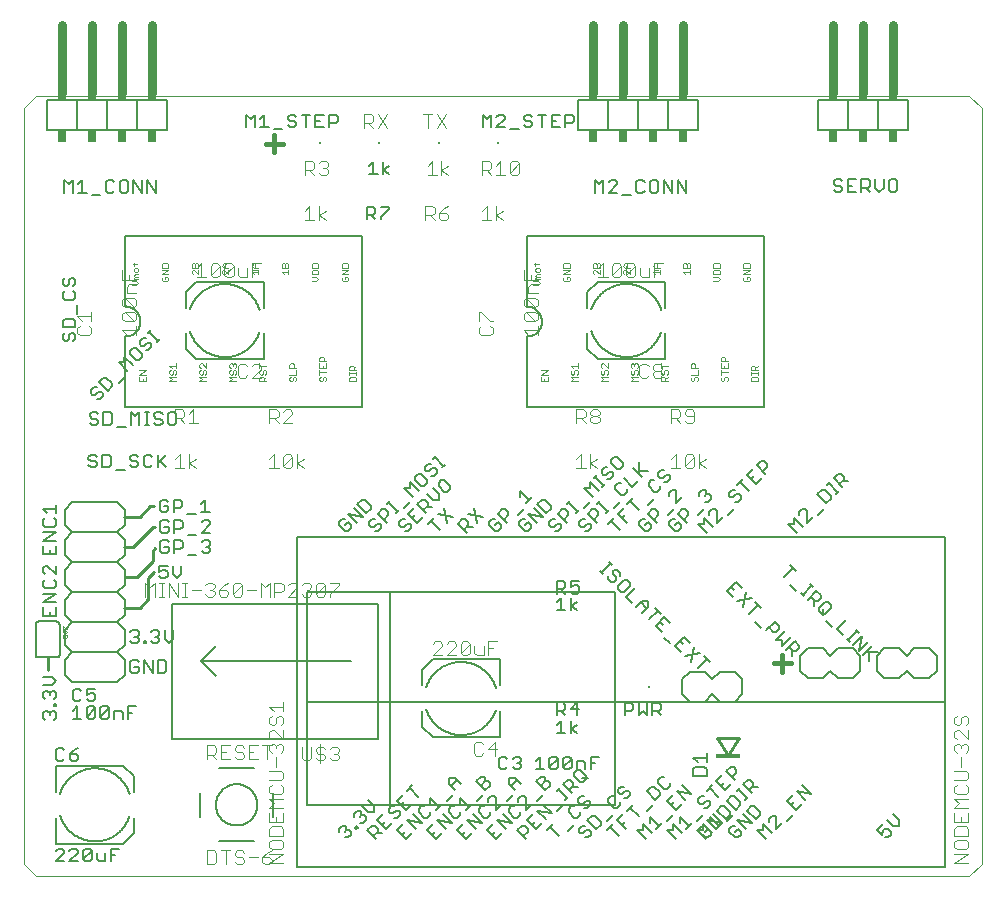
<source format=gto>
G75*
%MOIN*%
%OFA0B0*%
%FSLAX25Y25*%
%IPPOS*%
%LPD*%
%AMOC8*
5,1,8,0,0,1.08239X$1,22.5*
%
%ADD10C,0.00000*%
%ADD11C,0.01500*%
%ADD12C,0.00800*%
%ADD13C,0.01000*%
%ADD14C,0.00500*%
%ADD15C,0.00400*%
%ADD16C,0.00600*%
%ADD17C,0.00200*%
%ADD18R,0.00787X0.00787*%
%ADD19C,0.03000*%
%ADD20R,0.03000X0.02000*%
%ADD21R,0.03000X0.04000*%
%ADD22R,0.08268X0.01181*%
%ADD23C,0.00100*%
D10*
X0001000Y0004937D02*
X0001000Y0256906D01*
X0004937Y0260843D01*
X0315961Y0260843D01*
X0320409Y0256906D01*
X0320409Y0004937D01*
X0315961Y0001000D01*
X0004937Y0001000D01*
X0001000Y0004937D01*
D11*
X0084507Y0242144D02*
X0084507Y0247816D01*
X0081671Y0244980D02*
X0087343Y0244980D01*
X0253798Y0074587D02*
X0253798Y0068916D01*
X0250963Y0071752D02*
X0256634Y0071752D01*
D12*
X0256858Y0074235D02*
X0256858Y0076217D01*
X0257353Y0075722D02*
X0255867Y0077208D01*
X0254876Y0076217D02*
X0257849Y0079189D01*
X0259335Y0077703D01*
X0259335Y0076712D01*
X0258344Y0075722D01*
X0257353Y0075722D01*
X0259780Y0074366D02*
X0262280Y0076866D01*
X0267280Y0076866D01*
X0269780Y0074366D01*
X0272280Y0076866D01*
X0277280Y0076866D01*
X0279780Y0074366D01*
X0279780Y0069366D01*
X0277280Y0066866D01*
X0272280Y0066866D01*
X0269780Y0069366D01*
X0267280Y0066866D01*
X0262280Y0066866D01*
X0259780Y0069366D01*
X0259780Y0074366D01*
X0256575Y0080463D02*
X0253603Y0077491D01*
X0253603Y0079472D01*
X0251621Y0079472D01*
X0254593Y0082445D01*
X0252824Y0083223D02*
X0252824Y0084214D01*
X0251338Y0085700D01*
X0248365Y0082728D01*
X0249356Y0083719D02*
X0250842Y0082233D01*
X0251833Y0082233D01*
X0252824Y0083223D01*
X0246596Y0083506D02*
X0244615Y0085488D01*
X0242845Y0088248D02*
X0245818Y0091220D01*
X0246809Y0090230D02*
X0244827Y0092211D01*
X0243553Y0093485D02*
X0238599Y0092494D01*
X0237325Y0093768D02*
X0235344Y0095750D01*
X0238316Y0098722D01*
X0240298Y0096741D01*
X0241571Y0095467D02*
X0240581Y0090513D01*
X0237821Y0096245D02*
X0236830Y0097236D01*
X0221023Y0080582D02*
X0218050Y0077610D01*
X0220032Y0075628D01*
X0221306Y0074354D02*
X0226260Y0075345D01*
X0227534Y0074071D02*
X0229515Y0072090D01*
X0228525Y0073080D02*
X0225552Y0070108D01*
X0227909Y0068992D02*
X0230409Y0066492D01*
X0232909Y0068992D01*
X0237909Y0068992D01*
X0240409Y0066492D01*
X0240409Y0061492D01*
X0237909Y0058992D01*
X0232909Y0058992D01*
X0230409Y0061492D01*
X0227909Y0058992D01*
X0222909Y0058992D01*
X0220409Y0061492D01*
X0220409Y0066492D01*
X0222909Y0068992D01*
X0227909Y0068992D01*
X0223287Y0072373D02*
X0224278Y0077327D01*
X0223004Y0078601D02*
X0221023Y0080582D01*
X0219537Y0079096D02*
X0220527Y0078105D01*
X0216281Y0078388D02*
X0214300Y0080370D01*
X0213521Y0082139D02*
X0211540Y0084121D01*
X0214512Y0087093D01*
X0216494Y0085112D01*
X0214017Y0084616D02*
X0213026Y0085607D01*
X0213238Y0088367D02*
X0211256Y0090349D01*
X0212247Y0089358D02*
X0209275Y0086385D01*
X0207010Y0088650D02*
X0208992Y0090632D01*
X0208992Y0092613D01*
X0207010Y0092613D01*
X0205029Y0090632D01*
X0203755Y0091906D02*
X0201773Y0093887D01*
X0204746Y0096860D01*
X0202976Y0097638D02*
X0202976Y0098629D01*
X0201985Y0099620D01*
X0200995Y0099620D01*
X0199013Y0097638D01*
X0199013Y0096647D01*
X0200004Y0095656D01*
X0200995Y0095656D01*
X0202976Y0097638D01*
X0199721Y0100894D02*
X0199721Y0101884D01*
X0198730Y0102875D01*
X0197739Y0102875D01*
X0197244Y0102380D01*
X0197244Y0101389D01*
X0198235Y0100398D01*
X0198235Y0099407D01*
X0197739Y0098912D01*
X0196748Y0098912D01*
X0195758Y0099903D01*
X0195758Y0100894D01*
X0194083Y0101578D02*
X0193092Y0102568D01*
X0193587Y0102073D02*
X0196560Y0105045D01*
X0197055Y0104550D02*
X0196064Y0105541D01*
X0199629Y0116336D02*
X0196656Y0119308D01*
X0195665Y0118318D02*
X0197647Y0120299D01*
X0198921Y0121573D02*
X0200902Y0123555D01*
X0202176Y0124829D02*
X0204158Y0126810D01*
X0203167Y0125819D02*
X0206140Y0122847D01*
X0208921Y0121573D02*
X0211893Y0118601D01*
X0210902Y0119591D02*
X0212389Y0121078D01*
X0212389Y0122068D01*
X0211398Y0123059D01*
X0210407Y0123059D01*
X0208921Y0121573D01*
X0208142Y0119804D02*
X0207152Y0119804D01*
X0206161Y0118813D01*
X0206161Y0117822D01*
X0208142Y0115841D01*
X0209133Y0115841D01*
X0210124Y0116831D01*
X0210124Y0117822D01*
X0209133Y0118813D01*
X0208142Y0117822D01*
X0201893Y0118601D02*
X0198921Y0121573D01*
X0200407Y0120087D02*
X0201398Y0121078D01*
X0197814Y0123531D02*
X0199796Y0125513D01*
X0200079Y0127777D02*
X0198097Y0129759D01*
X0198097Y0130750D01*
X0199088Y0131740D01*
X0200079Y0131740D01*
X0200858Y0133510D02*
X0203830Y0130537D01*
X0205812Y0132519D01*
X0207085Y0133793D02*
X0204113Y0136765D01*
X0206095Y0135774D02*
X0209067Y0135774D01*
X0206095Y0134784D02*
X0206095Y0138747D01*
X0200742Y0138440D02*
X0198760Y0140422D01*
X0197770Y0140422D01*
X0196779Y0139431D01*
X0196779Y0138440D01*
X0198760Y0136459D01*
X0199751Y0136459D01*
X0200742Y0137449D01*
X0200742Y0138440D01*
X0197486Y0135185D02*
X0197486Y0134194D01*
X0196496Y0133203D01*
X0195505Y0133203D01*
X0195009Y0134689D02*
X0196000Y0135680D01*
X0196991Y0135680D01*
X0197486Y0135185D01*
X0195009Y0134689D02*
X0194019Y0134689D01*
X0193523Y0135185D01*
X0193523Y0136175D01*
X0194514Y0137166D01*
X0195505Y0137166D01*
X0191848Y0134501D02*
X0190858Y0133510D01*
X0191353Y0134005D02*
X0194325Y0131033D01*
X0193830Y0130537D02*
X0194821Y0131528D01*
X0192556Y0129263D02*
X0189584Y0132236D01*
X0189584Y0130254D01*
X0187602Y0130254D01*
X0190574Y0127282D01*
X0189796Y0125513D02*
X0187814Y0123531D01*
X0186140Y0122847D02*
X0185149Y0121856D01*
X0185644Y0122352D02*
X0182672Y0125324D01*
X0182176Y0124829D02*
X0183167Y0125819D01*
X0181398Y0123059D02*
X0182389Y0122068D01*
X0182389Y0121078D01*
X0180902Y0119591D01*
X0181893Y0118601D02*
X0178921Y0121573D01*
X0180407Y0123059D01*
X0181398Y0123059D01*
X0178142Y0119804D02*
X0177152Y0119804D01*
X0176161Y0118813D01*
X0176161Y0117822D01*
X0176656Y0117327D01*
X0177647Y0117327D01*
X0178638Y0118318D01*
X0179629Y0118318D01*
X0180124Y0117822D01*
X0180124Y0116831D01*
X0179133Y0115841D01*
X0178142Y0115841D01*
X0173875Y0120582D02*
X0170902Y0123555D01*
X0172176Y0124829D02*
X0173663Y0126315D01*
X0174653Y0126315D01*
X0176635Y0124333D01*
X0176635Y0123342D01*
X0175149Y0121856D01*
X0172176Y0124829D01*
X0170386Y0127093D02*
X0168404Y0125112D01*
X0169395Y0126102D02*
X0166423Y0129075D01*
X0166423Y0127093D01*
X0167626Y0123342D02*
X0165644Y0121361D01*
X0167152Y0119804D02*
X0166161Y0118813D01*
X0166161Y0117822D01*
X0168142Y0115841D01*
X0169133Y0115841D01*
X0170124Y0116831D01*
X0170124Y0117822D01*
X0169133Y0118813D01*
X0168142Y0117822D01*
X0168142Y0119804D02*
X0167152Y0119804D01*
X0168921Y0121573D02*
X0173875Y0120582D01*
X0171893Y0118601D02*
X0168921Y0121573D01*
X0162389Y0121078D02*
X0160902Y0119591D01*
X0161893Y0118601D02*
X0158921Y0121573D01*
X0160407Y0123059D01*
X0161398Y0123059D01*
X0162389Y0122068D01*
X0162389Y0121078D01*
X0159133Y0118813D02*
X0158142Y0117822D01*
X0159133Y0118813D02*
X0160124Y0117822D01*
X0160124Y0116831D01*
X0159133Y0115841D01*
X0158142Y0115841D01*
X0156161Y0117822D01*
X0156161Y0118813D01*
X0157152Y0119804D01*
X0158142Y0119804D01*
X0153875Y0120582D02*
X0148921Y0121573D01*
X0148142Y0119804D02*
X0147152Y0119804D01*
X0145665Y0118318D01*
X0148638Y0115345D01*
X0147647Y0116336D02*
X0149133Y0117822D01*
X0149133Y0118813D01*
X0148142Y0119804D01*
X0148638Y0117327D02*
X0150619Y0117327D01*
X0151893Y0118601D02*
X0150902Y0123555D01*
X0143875Y0120582D02*
X0138921Y0121573D01*
X0137647Y0120299D02*
X0135665Y0118318D01*
X0136656Y0119308D02*
X0139629Y0116336D01*
X0141893Y0118601D02*
X0140902Y0123555D01*
X0139395Y0126102D02*
X0137413Y0126102D01*
X0135432Y0128084D01*
X0134653Y0126315D02*
X0135644Y0125324D01*
X0135644Y0124333D01*
X0134158Y0122847D01*
X0135149Y0123838D02*
X0137130Y0123838D01*
X0135149Y0121856D02*
X0132176Y0124829D01*
X0133663Y0126315D01*
X0134653Y0126315D01*
X0132556Y0129263D02*
X0129584Y0132236D01*
X0129584Y0130254D01*
X0127602Y0130254D01*
X0130574Y0127282D01*
X0129796Y0125513D02*
X0127814Y0123531D01*
X0126140Y0122847D02*
X0125149Y0121856D01*
X0125644Y0122352D02*
X0122672Y0125324D01*
X0122176Y0124829D02*
X0123167Y0125819D01*
X0121398Y0123059D02*
X0122389Y0122068D01*
X0122389Y0121078D01*
X0120902Y0119591D01*
X0121893Y0118601D02*
X0118921Y0121573D01*
X0120407Y0123059D01*
X0121398Y0123059D01*
X0118142Y0119804D02*
X0117152Y0119804D01*
X0116161Y0118813D01*
X0116161Y0117822D01*
X0116656Y0117327D01*
X0117647Y0117327D01*
X0118638Y0118318D01*
X0119629Y0118318D01*
X0120124Y0117822D01*
X0120124Y0116831D01*
X0119133Y0115841D01*
X0118142Y0115841D01*
X0113875Y0120582D02*
X0110902Y0123555D01*
X0112176Y0124829D02*
X0113663Y0126315D01*
X0114653Y0126315D01*
X0116635Y0124333D01*
X0116635Y0123342D01*
X0115149Y0121856D01*
X0112176Y0124829D01*
X0113875Y0120582D02*
X0108921Y0121573D01*
X0111893Y0118601D01*
X0110124Y0117822D02*
X0109133Y0118813D01*
X0108142Y0117822D01*
X0106161Y0117822D02*
X0108142Y0115841D01*
X0109133Y0115841D01*
X0110124Y0116831D01*
X0110124Y0117822D01*
X0108142Y0119804D02*
X0107152Y0119804D01*
X0106161Y0118813D01*
X0106161Y0117822D01*
X0126161Y0117822D02*
X0126656Y0117327D01*
X0127647Y0117327D01*
X0128638Y0118318D01*
X0129629Y0118318D01*
X0130124Y0117822D01*
X0130124Y0116831D01*
X0129133Y0115841D01*
X0128142Y0115841D01*
X0126161Y0117822D02*
X0126161Y0118813D01*
X0127152Y0119804D01*
X0128142Y0119804D01*
X0128921Y0121573D02*
X0131893Y0118601D01*
X0133875Y0120582D01*
X0131398Y0121078D02*
X0130407Y0120087D01*
X0128921Y0121573D02*
X0130902Y0123555D01*
X0133335Y0131033D02*
X0134325Y0131033D01*
X0135316Y0132024D01*
X0135316Y0133014D01*
X0133335Y0134996D01*
X0132344Y0134996D01*
X0131353Y0134005D01*
X0131353Y0133014D01*
X0133335Y0131033D01*
X0137413Y0130066D02*
X0139395Y0128084D01*
X0139395Y0126102D01*
X0141164Y0128862D02*
X0142155Y0128862D01*
X0143146Y0129853D01*
X0143146Y0130844D01*
X0141164Y0132826D01*
X0140173Y0132826D01*
X0139183Y0131835D01*
X0139183Y0130844D01*
X0141164Y0128862D01*
X0137581Y0134288D02*
X0136590Y0134288D01*
X0137581Y0134288D02*
X0138572Y0135279D01*
X0138572Y0136270D01*
X0138076Y0136765D01*
X0137085Y0136765D01*
X0136095Y0135774D01*
X0135104Y0135774D01*
X0134608Y0136270D01*
X0134608Y0137261D01*
X0135599Y0138251D01*
X0136590Y0138251D01*
X0137368Y0140021D02*
X0138359Y0141011D01*
X0137864Y0140516D02*
X0140836Y0137544D01*
X0140341Y0137048D02*
X0141332Y0138039D01*
X0178683Y0099186D02*
X0180785Y0099186D01*
X0181486Y0098486D01*
X0181486Y0097084D01*
X0180785Y0096384D01*
X0178683Y0096384D01*
X0178683Y0094983D02*
X0178683Y0099186D01*
X0180085Y0096384D02*
X0181486Y0094983D01*
X0183287Y0095683D02*
X0183988Y0094983D01*
X0185389Y0094983D01*
X0186090Y0095683D01*
X0186090Y0097084D01*
X0185389Y0097785D01*
X0184689Y0097785D01*
X0183287Y0097084D01*
X0183287Y0099186D01*
X0186090Y0099186D01*
X0183287Y0093635D02*
X0183287Y0089431D01*
X0183287Y0090833D02*
X0185389Y0089431D01*
X0183287Y0090833D02*
X0185389Y0092234D01*
X0181486Y0089431D02*
X0178683Y0089431D01*
X0180085Y0089431D02*
X0180085Y0093635D01*
X0178683Y0092234D01*
X0159661Y0073047D02*
X0159661Y0064386D01*
X0159661Y0055724D02*
X0159661Y0047063D01*
X0137220Y0047063D01*
X0133677Y0050606D01*
X0133677Y0055724D01*
X0133677Y0064386D02*
X0133677Y0069504D01*
X0137220Y0073047D01*
X0159661Y0073047D01*
X0158283Y0056315D02*
X0158189Y0056034D01*
X0158087Y0055755D01*
X0157979Y0055479D01*
X0157864Y0055206D01*
X0157743Y0054935D01*
X0157615Y0054668D01*
X0157480Y0054403D01*
X0157339Y0054142D01*
X0157192Y0053885D01*
X0157039Y0053631D01*
X0156879Y0053381D01*
X0156714Y0053135D01*
X0156542Y0052893D01*
X0156365Y0052656D01*
X0156182Y0052422D01*
X0155993Y0052194D01*
X0155798Y0051969D01*
X0155599Y0051750D01*
X0155394Y0051536D01*
X0155184Y0051327D01*
X0154969Y0051123D01*
X0154748Y0050924D01*
X0154524Y0050730D01*
X0154294Y0050543D01*
X0154060Y0050360D01*
X0153822Y0050184D01*
X0153579Y0050013D01*
X0153333Y0049849D01*
X0153082Y0049690D01*
X0152828Y0049538D01*
X0152569Y0049392D01*
X0152308Y0049252D01*
X0152043Y0049118D01*
X0151775Y0048991D01*
X0151504Y0048871D01*
X0151230Y0048757D01*
X0150954Y0048650D01*
X0150674Y0048550D01*
X0150393Y0048457D01*
X0150109Y0048370D01*
X0149824Y0048291D01*
X0149536Y0048218D01*
X0149247Y0048152D01*
X0148956Y0048094D01*
X0148664Y0048043D01*
X0148371Y0047998D01*
X0148077Y0047961D01*
X0147782Y0047931D01*
X0147486Y0047908D01*
X0147190Y0047893D01*
X0146893Y0047885D01*
X0146597Y0047883D01*
X0146300Y0047890D01*
X0146004Y0047903D01*
X0145708Y0047923D01*
X0145413Y0047951D01*
X0145119Y0047986D01*
X0144825Y0048028D01*
X0144533Y0048078D01*
X0144241Y0048134D01*
X0143952Y0048197D01*
X0143664Y0048268D01*
X0143377Y0048345D01*
X0143093Y0048430D01*
X0142811Y0048521D01*
X0142531Y0048619D01*
X0142254Y0048724D01*
X0141979Y0048836D01*
X0141707Y0048954D01*
X0141438Y0049079D01*
X0141172Y0049211D01*
X0140910Y0049348D01*
X0140651Y0049493D01*
X0140395Y0049643D01*
X0140143Y0049800D01*
X0139895Y0049963D01*
X0139652Y0050131D01*
X0139412Y0050306D01*
X0139177Y0050487D01*
X0138946Y0050673D01*
X0138719Y0050864D01*
X0138498Y0051061D01*
X0138281Y0051264D01*
X0138070Y0051472D01*
X0137863Y0051684D01*
X0137662Y0051902D01*
X0137466Y0052125D01*
X0137275Y0052352D01*
X0137090Y0052584D01*
X0136911Y0052820D01*
X0136738Y0053061D01*
X0136571Y0053306D01*
X0136409Y0053555D01*
X0136254Y0053807D01*
X0136105Y0054064D01*
X0135962Y0054323D01*
X0135825Y0054587D01*
X0135695Y0054853D01*
X0135572Y0055123D01*
X0135455Y0055395D01*
X0135345Y0055671D01*
X0135242Y0055949D01*
X0135145Y0056229D01*
X0135055Y0056512D01*
X0135055Y0063795D02*
X0135149Y0064076D01*
X0135251Y0064355D01*
X0135359Y0064631D01*
X0135474Y0064904D01*
X0135595Y0065175D01*
X0135723Y0065442D01*
X0135858Y0065707D01*
X0135999Y0065968D01*
X0136146Y0066225D01*
X0136299Y0066479D01*
X0136459Y0066729D01*
X0136624Y0066975D01*
X0136796Y0067217D01*
X0136973Y0067454D01*
X0137156Y0067688D01*
X0137345Y0067916D01*
X0137540Y0068141D01*
X0137739Y0068360D01*
X0137944Y0068574D01*
X0138154Y0068783D01*
X0138369Y0068987D01*
X0138590Y0069186D01*
X0138814Y0069380D01*
X0139044Y0069567D01*
X0139278Y0069750D01*
X0139516Y0069926D01*
X0139759Y0070097D01*
X0140005Y0070261D01*
X0140256Y0070420D01*
X0140510Y0070572D01*
X0140769Y0070718D01*
X0141030Y0070858D01*
X0141295Y0070992D01*
X0141563Y0071119D01*
X0141834Y0071239D01*
X0142108Y0071353D01*
X0142384Y0071460D01*
X0142664Y0071560D01*
X0142945Y0071653D01*
X0143229Y0071740D01*
X0143514Y0071819D01*
X0143802Y0071892D01*
X0144091Y0071958D01*
X0144382Y0072016D01*
X0144674Y0072067D01*
X0144967Y0072112D01*
X0145261Y0072149D01*
X0145556Y0072179D01*
X0145852Y0072202D01*
X0146148Y0072217D01*
X0146445Y0072225D01*
X0146741Y0072227D01*
X0147038Y0072220D01*
X0147334Y0072207D01*
X0147630Y0072187D01*
X0147925Y0072159D01*
X0148219Y0072124D01*
X0148513Y0072082D01*
X0148805Y0072032D01*
X0149097Y0071976D01*
X0149386Y0071913D01*
X0149674Y0071842D01*
X0149961Y0071765D01*
X0150245Y0071680D01*
X0150527Y0071589D01*
X0150807Y0071491D01*
X0151084Y0071386D01*
X0151359Y0071274D01*
X0151631Y0071156D01*
X0151900Y0071031D01*
X0152166Y0070899D01*
X0152428Y0070762D01*
X0152687Y0070617D01*
X0152943Y0070467D01*
X0153195Y0070310D01*
X0153443Y0070147D01*
X0153686Y0069979D01*
X0153926Y0069804D01*
X0154161Y0069623D01*
X0154392Y0069437D01*
X0154619Y0069246D01*
X0154840Y0069049D01*
X0155057Y0068846D01*
X0155268Y0068638D01*
X0155475Y0068426D01*
X0155676Y0068208D01*
X0155872Y0067985D01*
X0156063Y0067758D01*
X0156248Y0067526D01*
X0156427Y0067290D01*
X0156600Y0067049D01*
X0156767Y0066804D01*
X0156929Y0066555D01*
X0157084Y0066303D01*
X0157233Y0066046D01*
X0157376Y0065787D01*
X0157513Y0065523D01*
X0157643Y0065257D01*
X0157766Y0064987D01*
X0157883Y0064715D01*
X0157993Y0064439D01*
X0158096Y0064161D01*
X0158193Y0063881D01*
X0158283Y0063598D01*
X0178683Y0058714D02*
X0178683Y0054510D01*
X0178683Y0055911D02*
X0180785Y0055911D01*
X0181486Y0056612D01*
X0181486Y0058013D01*
X0180785Y0058714D01*
X0178683Y0058714D01*
X0180085Y0055911D02*
X0181486Y0054510D01*
X0180085Y0052690D02*
X0180085Y0048487D01*
X0181486Y0048487D02*
X0178683Y0048487D01*
X0178683Y0051289D02*
X0180085Y0052690D01*
X0183287Y0052690D02*
X0183287Y0048487D01*
X0183287Y0049888D02*
X0185389Y0048487D01*
X0183287Y0049888D02*
X0185389Y0051289D01*
X0185389Y0054510D02*
X0185389Y0058714D01*
X0183287Y0056612D01*
X0186090Y0056612D01*
X0201250Y0055793D02*
X0203351Y0055793D01*
X0204052Y0056494D01*
X0204052Y0057895D01*
X0203351Y0058596D01*
X0201250Y0058596D01*
X0201250Y0054392D01*
X0205854Y0054392D02*
X0207255Y0055793D01*
X0208656Y0054392D01*
X0208656Y0058596D01*
X0210457Y0058596D02*
X0210457Y0054392D01*
X0210457Y0055793D02*
X0212559Y0055793D01*
X0213260Y0056494D01*
X0213260Y0057895D01*
X0212559Y0058596D01*
X0210457Y0058596D01*
X0211859Y0055793D02*
X0213260Y0054392D01*
X0205854Y0054392D02*
X0205854Y0058596D01*
X0192736Y0040643D02*
X0189934Y0040643D01*
X0189934Y0036439D01*
X0188132Y0036439D02*
X0188132Y0038541D01*
X0187432Y0039242D01*
X0185330Y0039242D01*
X0185330Y0036439D01*
X0185442Y0036125D02*
X0186433Y0036125D01*
X0188414Y0034144D01*
X0188414Y0033153D01*
X0187423Y0032162D01*
X0186433Y0032162D01*
X0184451Y0034144D01*
X0184451Y0035135D01*
X0185442Y0036125D01*
X0183528Y0037140D02*
X0182828Y0036439D01*
X0181427Y0036439D01*
X0180726Y0037140D01*
X0183528Y0039942D01*
X0183528Y0037140D01*
X0180726Y0037140D02*
X0180726Y0039942D01*
X0181427Y0040643D01*
X0182828Y0040643D01*
X0183528Y0039942D01*
X0178924Y0039942D02*
X0176122Y0037140D01*
X0176823Y0036439D01*
X0178224Y0036439D01*
X0178924Y0037140D01*
X0178924Y0039942D01*
X0178224Y0040643D01*
X0176823Y0040643D01*
X0176122Y0039942D01*
X0176122Y0037140D01*
X0174320Y0036439D02*
X0171518Y0036439D01*
X0172919Y0036439D02*
X0172919Y0040643D01*
X0171518Y0039242D01*
X0166720Y0039281D02*
X0166019Y0038581D01*
X0166720Y0037880D01*
X0166720Y0037179D01*
X0166019Y0036479D01*
X0164618Y0036479D01*
X0163917Y0037179D01*
X0162116Y0037179D02*
X0161415Y0036479D01*
X0160014Y0036479D01*
X0159313Y0037179D01*
X0159313Y0039982D01*
X0160014Y0040682D01*
X0161415Y0040682D01*
X0162116Y0039982D01*
X0163917Y0039982D02*
X0164618Y0040682D01*
X0166019Y0040682D01*
X0166720Y0039982D01*
X0166720Y0039281D01*
X0166019Y0038581D02*
X0165319Y0038581D01*
X0164758Y0033460D02*
X0162776Y0033460D01*
X0162776Y0031478D01*
X0164758Y0029497D01*
X0163979Y0027727D02*
X0161998Y0025746D01*
X0160228Y0024967D02*
X0158247Y0022986D01*
X0158247Y0026949D01*
X0157751Y0027444D01*
X0156761Y0027444D01*
X0155770Y0026453D01*
X0155770Y0025463D01*
X0154496Y0024189D02*
X0153505Y0024189D01*
X0152514Y0023198D01*
X0152514Y0022207D01*
X0154496Y0020226D01*
X0155487Y0020226D01*
X0156477Y0021216D01*
X0156477Y0022207D01*
X0158763Y0019447D02*
X0163717Y0018456D01*
X0160745Y0021429D01*
X0162514Y0022207D02*
X0164496Y0020226D01*
X0165487Y0020226D01*
X0166477Y0021216D01*
X0166477Y0022207D01*
X0168247Y0022986D02*
X0168247Y0026949D01*
X0167751Y0027444D01*
X0166761Y0027444D01*
X0165770Y0026453D01*
X0165770Y0025463D01*
X0164496Y0024189D02*
X0163505Y0024189D01*
X0162514Y0023198D01*
X0162514Y0022207D01*
X0158763Y0019447D02*
X0161736Y0016475D01*
X0160462Y0015201D02*
X0158480Y0013219D01*
X0155508Y0016192D01*
X0157490Y0018173D01*
X0157985Y0015696D02*
X0156994Y0014705D01*
X0153717Y0018456D02*
X0150745Y0021429D01*
X0148763Y0019447D02*
X0153717Y0018456D01*
X0151736Y0016475D02*
X0148763Y0019447D01*
X0147490Y0018173D02*
X0145508Y0016192D01*
X0148480Y0013219D01*
X0150462Y0015201D01*
X0147985Y0015696D02*
X0146994Y0014705D01*
X0143717Y0018456D02*
X0140745Y0021429D01*
X0142514Y0022207D02*
X0144496Y0020226D01*
X0145487Y0020226D01*
X0146477Y0021216D01*
X0146477Y0022207D01*
X0148247Y0022986D02*
X0150228Y0024967D01*
X0149237Y0023976D02*
X0146265Y0026949D01*
X0146265Y0024967D01*
X0144496Y0024189D02*
X0143505Y0024189D01*
X0142514Y0023198D01*
X0142514Y0022207D01*
X0141998Y0025746D02*
X0143979Y0027727D01*
X0144758Y0029497D02*
X0142776Y0031478D01*
X0142776Y0033460D01*
X0144758Y0033460D01*
X0146739Y0031478D01*
X0145253Y0032964D02*
X0143271Y0030983D01*
X0140228Y0024967D02*
X0138247Y0022986D01*
X0139237Y0023976D02*
X0136265Y0026949D01*
X0136265Y0024967D01*
X0134496Y0024189D02*
X0133505Y0024189D01*
X0132514Y0023198D01*
X0132514Y0022207D01*
X0134496Y0020226D01*
X0135487Y0020226D01*
X0136477Y0021216D01*
X0136477Y0022207D01*
X0138763Y0019447D02*
X0143717Y0018456D01*
X0141736Y0016475D02*
X0138763Y0019447D01*
X0137490Y0018173D02*
X0135508Y0016192D01*
X0138480Y0013219D01*
X0140462Y0015201D01*
X0137985Y0015696D02*
X0136994Y0014705D01*
X0133717Y0018456D02*
X0130745Y0021429D01*
X0128763Y0019447D02*
X0133717Y0018456D01*
X0131736Y0016475D02*
X0128763Y0019447D01*
X0127490Y0018173D02*
X0125508Y0016192D01*
X0128480Y0013219D01*
X0130462Y0015201D01*
X0127985Y0015696D02*
X0126994Y0014705D01*
X0123717Y0018456D02*
X0121736Y0016475D01*
X0118763Y0019447D01*
X0120745Y0021429D01*
X0122514Y0022207D02*
X0123010Y0021712D01*
X0124000Y0021712D01*
X0124991Y0022703D01*
X0125982Y0022703D01*
X0126477Y0022207D01*
X0126477Y0021216D01*
X0125487Y0020226D01*
X0124496Y0020226D01*
X0122514Y0022207D02*
X0122514Y0023198D01*
X0123505Y0024189D01*
X0124496Y0024189D01*
X0125274Y0025958D02*
X0128247Y0022986D01*
X0130228Y0024967D01*
X0127751Y0025463D02*
X0126761Y0024472D01*
X0125274Y0025958D02*
X0127256Y0027940D01*
X0128530Y0029213D02*
X0130511Y0031195D01*
X0129521Y0030204D02*
X0132493Y0027232D01*
X0121240Y0018952D02*
X0120250Y0017961D01*
X0118976Y0016687D02*
X0118976Y0015696D01*
X0117490Y0014210D01*
X0118480Y0015201D02*
X0120462Y0015201D01*
X0118976Y0016687D02*
X0117985Y0017678D01*
X0116994Y0017678D01*
X0115508Y0016192D01*
X0118480Y0013219D01*
X0113859Y0018598D02*
X0112868Y0018598D01*
X0113859Y0018598D02*
X0114850Y0019589D01*
X0114850Y0020579D01*
X0114354Y0021075D01*
X0113363Y0021075D01*
X0112868Y0020579D01*
X0113363Y0021075D02*
X0113363Y0022066D01*
X0112868Y0022561D01*
X0111877Y0022561D01*
X0110886Y0021570D01*
X0110887Y0020579D01*
X0111736Y0017465D02*
X0112231Y0016970D01*
X0111736Y0016475D01*
X0111240Y0016970D01*
X0111736Y0017465D01*
X0109966Y0015696D02*
X0109966Y0014705D01*
X0108976Y0013715D01*
X0107985Y0013715D01*
X0107985Y0015696D02*
X0108480Y0016192D01*
X0109471Y0016192D01*
X0109966Y0015696D01*
X0108480Y0016192D02*
X0108480Y0017182D01*
X0107985Y0017678D01*
X0106994Y0017678D01*
X0106003Y0016687D01*
X0106003Y0015696D01*
X0113647Y0024330D02*
X0115628Y0022349D01*
X0117610Y0022349D01*
X0117610Y0024330D01*
X0115628Y0026312D01*
X0084071Y0028559D02*
X0084071Y0020685D01*
X0077772Y0012417D02*
X0065961Y0012417D01*
X0059661Y0020685D02*
X0059661Y0028559D01*
X0065961Y0036827D02*
X0077772Y0036827D01*
X0064976Y0024622D02*
X0064978Y0024791D01*
X0064984Y0024960D01*
X0064995Y0025129D01*
X0065009Y0025297D01*
X0065028Y0025465D01*
X0065051Y0025633D01*
X0065077Y0025800D01*
X0065108Y0025966D01*
X0065143Y0026132D01*
X0065182Y0026296D01*
X0065226Y0026460D01*
X0065273Y0026622D01*
X0065324Y0026783D01*
X0065379Y0026943D01*
X0065438Y0027102D01*
X0065500Y0027259D01*
X0065567Y0027414D01*
X0065638Y0027568D01*
X0065712Y0027720D01*
X0065790Y0027870D01*
X0065871Y0028018D01*
X0065956Y0028164D01*
X0066045Y0028308D01*
X0066137Y0028450D01*
X0066233Y0028589D01*
X0066332Y0028726D01*
X0066434Y0028861D01*
X0066540Y0028993D01*
X0066649Y0029122D01*
X0066761Y0029249D01*
X0066876Y0029373D01*
X0066994Y0029494D01*
X0067115Y0029612D01*
X0067239Y0029727D01*
X0067366Y0029839D01*
X0067495Y0029948D01*
X0067627Y0030054D01*
X0067762Y0030156D01*
X0067899Y0030255D01*
X0068038Y0030351D01*
X0068180Y0030443D01*
X0068324Y0030532D01*
X0068470Y0030617D01*
X0068618Y0030698D01*
X0068768Y0030776D01*
X0068920Y0030850D01*
X0069074Y0030921D01*
X0069229Y0030988D01*
X0069386Y0031050D01*
X0069545Y0031109D01*
X0069705Y0031164D01*
X0069866Y0031215D01*
X0070028Y0031262D01*
X0070192Y0031306D01*
X0070356Y0031345D01*
X0070522Y0031380D01*
X0070688Y0031411D01*
X0070855Y0031437D01*
X0071023Y0031460D01*
X0071191Y0031479D01*
X0071359Y0031493D01*
X0071528Y0031504D01*
X0071697Y0031510D01*
X0071866Y0031512D01*
X0072035Y0031510D01*
X0072204Y0031504D01*
X0072373Y0031493D01*
X0072541Y0031479D01*
X0072709Y0031460D01*
X0072877Y0031437D01*
X0073044Y0031411D01*
X0073210Y0031380D01*
X0073376Y0031345D01*
X0073540Y0031306D01*
X0073704Y0031262D01*
X0073866Y0031215D01*
X0074027Y0031164D01*
X0074187Y0031109D01*
X0074346Y0031050D01*
X0074503Y0030988D01*
X0074658Y0030921D01*
X0074812Y0030850D01*
X0074964Y0030776D01*
X0075114Y0030698D01*
X0075262Y0030617D01*
X0075408Y0030532D01*
X0075552Y0030443D01*
X0075694Y0030351D01*
X0075833Y0030255D01*
X0075970Y0030156D01*
X0076105Y0030054D01*
X0076237Y0029948D01*
X0076366Y0029839D01*
X0076493Y0029727D01*
X0076617Y0029612D01*
X0076738Y0029494D01*
X0076856Y0029373D01*
X0076971Y0029249D01*
X0077083Y0029122D01*
X0077192Y0028993D01*
X0077298Y0028861D01*
X0077400Y0028726D01*
X0077499Y0028589D01*
X0077595Y0028450D01*
X0077687Y0028308D01*
X0077776Y0028164D01*
X0077861Y0028018D01*
X0077942Y0027870D01*
X0078020Y0027720D01*
X0078094Y0027568D01*
X0078165Y0027414D01*
X0078232Y0027259D01*
X0078294Y0027102D01*
X0078353Y0026943D01*
X0078408Y0026783D01*
X0078459Y0026622D01*
X0078506Y0026460D01*
X0078550Y0026296D01*
X0078589Y0026132D01*
X0078624Y0025966D01*
X0078655Y0025800D01*
X0078681Y0025633D01*
X0078704Y0025465D01*
X0078723Y0025297D01*
X0078737Y0025129D01*
X0078748Y0024960D01*
X0078754Y0024791D01*
X0078756Y0024622D01*
X0078754Y0024453D01*
X0078748Y0024284D01*
X0078737Y0024115D01*
X0078723Y0023947D01*
X0078704Y0023779D01*
X0078681Y0023611D01*
X0078655Y0023444D01*
X0078624Y0023278D01*
X0078589Y0023112D01*
X0078550Y0022948D01*
X0078506Y0022784D01*
X0078459Y0022622D01*
X0078408Y0022461D01*
X0078353Y0022301D01*
X0078294Y0022142D01*
X0078232Y0021985D01*
X0078165Y0021830D01*
X0078094Y0021676D01*
X0078020Y0021524D01*
X0077942Y0021374D01*
X0077861Y0021226D01*
X0077776Y0021080D01*
X0077687Y0020936D01*
X0077595Y0020794D01*
X0077499Y0020655D01*
X0077400Y0020518D01*
X0077298Y0020383D01*
X0077192Y0020251D01*
X0077083Y0020122D01*
X0076971Y0019995D01*
X0076856Y0019871D01*
X0076738Y0019750D01*
X0076617Y0019632D01*
X0076493Y0019517D01*
X0076366Y0019405D01*
X0076237Y0019296D01*
X0076105Y0019190D01*
X0075970Y0019088D01*
X0075833Y0018989D01*
X0075694Y0018893D01*
X0075552Y0018801D01*
X0075408Y0018712D01*
X0075262Y0018627D01*
X0075114Y0018546D01*
X0074964Y0018468D01*
X0074812Y0018394D01*
X0074658Y0018323D01*
X0074503Y0018256D01*
X0074346Y0018194D01*
X0074187Y0018135D01*
X0074027Y0018080D01*
X0073866Y0018029D01*
X0073704Y0017982D01*
X0073540Y0017938D01*
X0073376Y0017899D01*
X0073210Y0017864D01*
X0073044Y0017833D01*
X0072877Y0017807D01*
X0072709Y0017784D01*
X0072541Y0017765D01*
X0072373Y0017751D01*
X0072204Y0017740D01*
X0072035Y0017734D01*
X0071866Y0017732D01*
X0071697Y0017734D01*
X0071528Y0017740D01*
X0071359Y0017751D01*
X0071191Y0017765D01*
X0071023Y0017784D01*
X0070855Y0017807D01*
X0070688Y0017833D01*
X0070522Y0017864D01*
X0070356Y0017899D01*
X0070192Y0017938D01*
X0070028Y0017982D01*
X0069866Y0018029D01*
X0069705Y0018080D01*
X0069545Y0018135D01*
X0069386Y0018194D01*
X0069229Y0018256D01*
X0069074Y0018323D01*
X0068920Y0018394D01*
X0068768Y0018468D01*
X0068618Y0018546D01*
X0068470Y0018627D01*
X0068324Y0018712D01*
X0068180Y0018801D01*
X0068038Y0018893D01*
X0067899Y0018989D01*
X0067762Y0019088D01*
X0067627Y0019190D01*
X0067495Y0019296D01*
X0067366Y0019405D01*
X0067239Y0019517D01*
X0067115Y0019632D01*
X0066994Y0019750D01*
X0066876Y0019871D01*
X0066761Y0019995D01*
X0066649Y0020122D01*
X0066540Y0020251D01*
X0066434Y0020383D01*
X0066332Y0020518D01*
X0066233Y0020655D01*
X0066137Y0020794D01*
X0066045Y0020936D01*
X0065956Y0021080D01*
X0065871Y0021226D01*
X0065790Y0021374D01*
X0065712Y0021524D01*
X0065638Y0021676D01*
X0065567Y0021830D01*
X0065500Y0021985D01*
X0065438Y0022142D01*
X0065379Y0022301D01*
X0065324Y0022461D01*
X0065273Y0022622D01*
X0065226Y0022784D01*
X0065182Y0022948D01*
X0065143Y0023112D01*
X0065108Y0023278D01*
X0065077Y0023444D01*
X0065051Y0023611D01*
X0065028Y0023779D01*
X0065009Y0023947D01*
X0064995Y0024115D01*
X0064984Y0024284D01*
X0064978Y0024453D01*
X0064976Y0024622D01*
X0037614Y0020291D02*
X0037614Y0015173D01*
X0034071Y0011630D01*
X0011630Y0011630D01*
X0011630Y0020291D01*
X0011630Y0028953D02*
X0011630Y0037614D01*
X0034071Y0037614D01*
X0037614Y0034071D01*
X0037614Y0028953D01*
X0036236Y0020882D02*
X0036142Y0020601D01*
X0036040Y0020322D01*
X0035932Y0020046D01*
X0035817Y0019773D01*
X0035696Y0019502D01*
X0035568Y0019235D01*
X0035433Y0018970D01*
X0035292Y0018709D01*
X0035145Y0018452D01*
X0034992Y0018198D01*
X0034832Y0017948D01*
X0034667Y0017702D01*
X0034495Y0017460D01*
X0034318Y0017223D01*
X0034135Y0016989D01*
X0033946Y0016761D01*
X0033751Y0016536D01*
X0033552Y0016317D01*
X0033347Y0016103D01*
X0033137Y0015894D01*
X0032922Y0015690D01*
X0032701Y0015491D01*
X0032477Y0015297D01*
X0032247Y0015110D01*
X0032013Y0014927D01*
X0031775Y0014751D01*
X0031532Y0014580D01*
X0031286Y0014416D01*
X0031035Y0014257D01*
X0030781Y0014105D01*
X0030522Y0013959D01*
X0030261Y0013819D01*
X0029996Y0013685D01*
X0029728Y0013558D01*
X0029457Y0013438D01*
X0029183Y0013324D01*
X0028907Y0013217D01*
X0028627Y0013117D01*
X0028346Y0013024D01*
X0028062Y0012937D01*
X0027777Y0012858D01*
X0027489Y0012785D01*
X0027200Y0012719D01*
X0026909Y0012661D01*
X0026617Y0012610D01*
X0026324Y0012565D01*
X0026030Y0012528D01*
X0025735Y0012498D01*
X0025439Y0012475D01*
X0025143Y0012460D01*
X0024846Y0012452D01*
X0024550Y0012450D01*
X0024253Y0012457D01*
X0023957Y0012470D01*
X0023661Y0012490D01*
X0023366Y0012518D01*
X0023072Y0012553D01*
X0022778Y0012595D01*
X0022486Y0012645D01*
X0022194Y0012701D01*
X0021905Y0012764D01*
X0021617Y0012835D01*
X0021330Y0012912D01*
X0021046Y0012997D01*
X0020764Y0013088D01*
X0020484Y0013186D01*
X0020207Y0013291D01*
X0019932Y0013403D01*
X0019660Y0013521D01*
X0019391Y0013646D01*
X0019125Y0013778D01*
X0018863Y0013915D01*
X0018604Y0014060D01*
X0018348Y0014210D01*
X0018096Y0014367D01*
X0017848Y0014530D01*
X0017605Y0014698D01*
X0017365Y0014873D01*
X0017130Y0015054D01*
X0016899Y0015240D01*
X0016672Y0015431D01*
X0016451Y0015628D01*
X0016234Y0015831D01*
X0016023Y0016039D01*
X0015816Y0016251D01*
X0015615Y0016469D01*
X0015419Y0016692D01*
X0015228Y0016919D01*
X0015043Y0017151D01*
X0014864Y0017387D01*
X0014691Y0017628D01*
X0014524Y0017873D01*
X0014362Y0018122D01*
X0014207Y0018374D01*
X0014058Y0018631D01*
X0013915Y0018890D01*
X0013778Y0019154D01*
X0013648Y0019420D01*
X0013525Y0019690D01*
X0013408Y0019962D01*
X0013298Y0020238D01*
X0013195Y0020516D01*
X0013098Y0020796D01*
X0013008Y0021079D01*
X0013640Y0009993D02*
X0012238Y0009993D01*
X0011538Y0009293D01*
X0013640Y0009993D02*
X0014340Y0009293D01*
X0014340Y0008592D01*
X0011538Y0005790D01*
X0014340Y0005790D01*
X0016142Y0005790D02*
X0018944Y0008592D01*
X0018944Y0009293D01*
X0018244Y0009993D01*
X0016842Y0009993D01*
X0016142Y0009293D01*
X0020746Y0009293D02*
X0020746Y0006490D01*
X0023548Y0009293D01*
X0023548Y0006490D01*
X0022847Y0005790D01*
X0021446Y0005790D01*
X0020746Y0006490D01*
X0018944Y0005790D02*
X0016142Y0005790D01*
X0020746Y0009293D02*
X0021446Y0009993D01*
X0022847Y0009993D01*
X0023548Y0009293D01*
X0025350Y0008592D02*
X0025350Y0006490D01*
X0026050Y0005790D01*
X0028152Y0005790D01*
X0028152Y0008592D01*
X0029953Y0007892D02*
X0031355Y0007892D01*
X0029953Y0009993D02*
X0032756Y0009993D01*
X0029953Y0009993D02*
X0029953Y0005790D01*
X0036236Y0028165D02*
X0036146Y0028448D01*
X0036049Y0028728D01*
X0035946Y0029006D01*
X0035836Y0029282D01*
X0035719Y0029554D01*
X0035596Y0029824D01*
X0035466Y0030090D01*
X0035329Y0030354D01*
X0035186Y0030613D01*
X0035037Y0030870D01*
X0034882Y0031122D01*
X0034720Y0031371D01*
X0034553Y0031616D01*
X0034380Y0031857D01*
X0034201Y0032093D01*
X0034016Y0032325D01*
X0033825Y0032552D01*
X0033629Y0032775D01*
X0033428Y0032993D01*
X0033221Y0033205D01*
X0033010Y0033413D01*
X0032793Y0033616D01*
X0032572Y0033813D01*
X0032345Y0034004D01*
X0032114Y0034190D01*
X0031879Y0034371D01*
X0031639Y0034546D01*
X0031396Y0034714D01*
X0031148Y0034877D01*
X0030896Y0035034D01*
X0030640Y0035184D01*
X0030381Y0035329D01*
X0030119Y0035466D01*
X0029853Y0035598D01*
X0029584Y0035723D01*
X0029312Y0035841D01*
X0029037Y0035953D01*
X0028760Y0036058D01*
X0028480Y0036156D01*
X0028198Y0036247D01*
X0027914Y0036332D01*
X0027627Y0036409D01*
X0027339Y0036480D01*
X0027050Y0036543D01*
X0026758Y0036599D01*
X0026466Y0036649D01*
X0026172Y0036691D01*
X0025878Y0036726D01*
X0025583Y0036754D01*
X0025287Y0036774D01*
X0024991Y0036787D01*
X0024694Y0036794D01*
X0024398Y0036792D01*
X0024101Y0036784D01*
X0023805Y0036769D01*
X0023509Y0036746D01*
X0023214Y0036716D01*
X0022920Y0036679D01*
X0022627Y0036634D01*
X0022335Y0036583D01*
X0022044Y0036525D01*
X0021755Y0036459D01*
X0021467Y0036386D01*
X0021182Y0036307D01*
X0020898Y0036220D01*
X0020617Y0036127D01*
X0020337Y0036027D01*
X0020061Y0035920D01*
X0019787Y0035806D01*
X0019516Y0035686D01*
X0019248Y0035559D01*
X0018983Y0035425D01*
X0018722Y0035285D01*
X0018463Y0035139D01*
X0018209Y0034987D01*
X0017958Y0034828D01*
X0017712Y0034664D01*
X0017469Y0034493D01*
X0017231Y0034317D01*
X0016997Y0034134D01*
X0016767Y0033947D01*
X0016543Y0033753D01*
X0016322Y0033554D01*
X0016107Y0033350D01*
X0015897Y0033141D01*
X0015692Y0032927D01*
X0015493Y0032708D01*
X0015298Y0032483D01*
X0015109Y0032255D01*
X0014926Y0032021D01*
X0014749Y0031784D01*
X0014577Y0031542D01*
X0014412Y0031296D01*
X0014252Y0031046D01*
X0014099Y0030792D01*
X0013952Y0030535D01*
X0013811Y0030274D01*
X0013676Y0030009D01*
X0013548Y0029742D01*
X0013427Y0029471D01*
X0013312Y0029198D01*
X0013204Y0028922D01*
X0013102Y0028643D01*
X0013008Y0028362D01*
X0012376Y0039313D02*
X0013777Y0039313D01*
X0014478Y0040014D01*
X0016280Y0040014D02*
X0016280Y0041415D01*
X0018381Y0041415D01*
X0019082Y0040715D01*
X0019082Y0040014D01*
X0018381Y0039313D01*
X0016980Y0039313D01*
X0016280Y0040014D01*
X0016280Y0041415D02*
X0017681Y0042816D01*
X0019082Y0043517D01*
X0014478Y0042816D02*
X0013777Y0043517D01*
X0012376Y0043517D01*
X0011676Y0042816D01*
X0011676Y0040014D01*
X0012376Y0039313D01*
X0010923Y0052975D02*
X0011624Y0053675D01*
X0011624Y0055077D01*
X0010923Y0055777D01*
X0010222Y0055777D01*
X0009522Y0055077D01*
X0009522Y0054376D01*
X0009522Y0055077D02*
X0008821Y0055777D01*
X0008121Y0055777D01*
X0007420Y0055077D01*
X0007420Y0053675D01*
X0008121Y0052975D01*
X0010923Y0057579D02*
X0010923Y0058279D01*
X0011624Y0058279D01*
X0011624Y0057579D01*
X0010923Y0057579D01*
X0010923Y0059881D02*
X0011624Y0060581D01*
X0011624Y0061982D01*
X0010923Y0062683D01*
X0010222Y0062683D01*
X0009522Y0061982D01*
X0009522Y0061282D01*
X0009522Y0061982D02*
X0008821Y0062683D01*
X0008121Y0062683D01*
X0007420Y0061982D01*
X0007420Y0060581D01*
X0008121Y0059881D01*
X0007420Y0064485D02*
X0010222Y0064485D01*
X0011624Y0065886D01*
X0010222Y0067287D01*
X0007420Y0067287D01*
X0017266Y0062659D02*
X0017266Y0059856D01*
X0017967Y0059156D01*
X0019368Y0059156D01*
X0020069Y0059856D01*
X0021870Y0059856D02*
X0022571Y0059156D01*
X0023972Y0059156D01*
X0024672Y0059856D01*
X0024672Y0061258D01*
X0023972Y0061958D01*
X0023271Y0061958D01*
X0021870Y0061258D01*
X0021870Y0063359D01*
X0024672Y0063359D01*
X0020069Y0062659D02*
X0019368Y0063359D01*
X0017967Y0063359D01*
X0017266Y0062659D01*
X0018667Y0057415D02*
X0018667Y0053211D01*
X0017266Y0053211D02*
X0020069Y0053211D01*
X0021870Y0053912D02*
X0024672Y0056714D01*
X0024672Y0053912D01*
X0023972Y0053211D01*
X0022571Y0053211D01*
X0021870Y0053912D01*
X0021870Y0056714D01*
X0022571Y0057415D01*
X0023972Y0057415D01*
X0024672Y0056714D01*
X0026474Y0056714D02*
X0026474Y0053912D01*
X0029276Y0056714D01*
X0029276Y0053912D01*
X0028576Y0053211D01*
X0027175Y0053211D01*
X0026474Y0053912D01*
X0026474Y0056714D02*
X0027175Y0057415D01*
X0028576Y0057415D01*
X0029276Y0056714D01*
X0031078Y0056013D02*
X0033180Y0056013D01*
X0033880Y0055313D01*
X0033880Y0053211D01*
X0035682Y0053211D02*
X0035682Y0057415D01*
X0038484Y0057415D01*
X0037083Y0055313D02*
X0035682Y0055313D01*
X0031078Y0056013D02*
X0031078Y0053211D01*
X0018667Y0057415D02*
X0017266Y0056013D01*
X0036439Y0069266D02*
X0037140Y0068565D01*
X0038541Y0068565D01*
X0039242Y0069266D01*
X0039242Y0070667D01*
X0037841Y0070667D01*
X0039242Y0072068D02*
X0038541Y0072769D01*
X0037140Y0072769D01*
X0036439Y0072068D01*
X0036439Y0069266D01*
X0041043Y0068565D02*
X0041043Y0072769D01*
X0043846Y0068565D01*
X0043846Y0072769D01*
X0045647Y0072769D02*
X0045647Y0068565D01*
X0047749Y0068565D01*
X0048450Y0069266D01*
X0048450Y0072068D01*
X0047749Y0072769D01*
X0045647Y0072769D01*
X0045447Y0078565D02*
X0044046Y0078565D01*
X0043345Y0079266D01*
X0041744Y0079266D02*
X0041744Y0078565D01*
X0041043Y0078565D01*
X0041043Y0079266D01*
X0041744Y0079266D01*
X0039242Y0079266D02*
X0038541Y0078565D01*
X0037140Y0078565D01*
X0036439Y0079266D01*
X0037841Y0080667D02*
X0038541Y0080667D01*
X0039242Y0079967D01*
X0039242Y0079266D01*
X0038541Y0080667D02*
X0039242Y0081368D01*
X0039242Y0082068D01*
X0038541Y0082769D01*
X0037140Y0082769D01*
X0036439Y0082068D01*
X0043345Y0082068D02*
X0044046Y0082769D01*
X0045447Y0082769D01*
X0046148Y0082068D01*
X0046148Y0081368D01*
X0045447Y0080667D01*
X0046148Y0079967D01*
X0046148Y0079266D01*
X0045447Y0078565D01*
X0045447Y0080667D02*
X0044746Y0080667D01*
X0047949Y0079967D02*
X0049350Y0078565D01*
X0050752Y0079967D01*
X0050752Y0082769D01*
X0047949Y0082769D02*
X0047949Y0079967D01*
X0048147Y0100140D02*
X0046746Y0100140D01*
X0046046Y0100841D01*
X0046046Y0102242D02*
X0047447Y0102943D01*
X0048147Y0102943D01*
X0048848Y0102242D01*
X0048848Y0100841D01*
X0048147Y0100140D01*
X0050650Y0101541D02*
X0050650Y0104344D01*
X0048848Y0104344D02*
X0046046Y0104344D01*
X0046046Y0102242D01*
X0050650Y0101541D02*
X0052051Y0100140D01*
X0053452Y0101541D01*
X0053452Y0104344D01*
X0055647Y0107865D02*
X0058450Y0107865D01*
X0060251Y0109266D02*
X0060952Y0108565D01*
X0062353Y0108565D01*
X0063054Y0109266D01*
X0063054Y0109967D01*
X0062353Y0110667D01*
X0061652Y0110667D01*
X0062353Y0110667D02*
X0063054Y0111368D01*
X0063054Y0112068D01*
X0062353Y0112769D01*
X0060952Y0112769D01*
X0060251Y0112068D01*
X0058450Y0114558D02*
X0055647Y0114558D01*
X0053846Y0112068D02*
X0053846Y0110667D01*
X0053145Y0109967D01*
X0051043Y0109967D01*
X0051043Y0108565D02*
X0051043Y0112769D01*
X0053145Y0112769D01*
X0053846Y0112068D01*
X0051043Y0115258D02*
X0051043Y0119462D01*
X0053145Y0119462D01*
X0053846Y0118761D01*
X0053846Y0117360D01*
X0053145Y0116659D01*
X0051043Y0116659D01*
X0049242Y0115959D02*
X0049242Y0117360D01*
X0047841Y0117360D01*
X0049242Y0115959D02*
X0048541Y0115258D01*
X0047140Y0115258D01*
X0046439Y0115959D01*
X0046439Y0118761D01*
X0047140Y0119462D01*
X0048541Y0119462D01*
X0049242Y0118761D01*
X0048384Y0122109D02*
X0046982Y0122109D01*
X0046282Y0122809D01*
X0046282Y0125612D01*
X0046982Y0126312D01*
X0048384Y0126312D01*
X0049084Y0125612D01*
X0049084Y0124210D02*
X0047683Y0124210D01*
X0049084Y0124210D02*
X0049084Y0122809D01*
X0048384Y0122109D01*
X0050886Y0122109D02*
X0050886Y0126312D01*
X0052988Y0126312D01*
X0053688Y0125612D01*
X0053688Y0124210D01*
X0052988Y0123510D01*
X0050886Y0123510D01*
X0055490Y0121408D02*
X0058292Y0121408D01*
X0060094Y0122109D02*
X0062896Y0122109D01*
X0061495Y0122109D02*
X0061495Y0126312D01*
X0060094Y0124911D01*
X0060952Y0119462D02*
X0060251Y0118761D01*
X0060952Y0119462D02*
X0062353Y0119462D01*
X0063054Y0118761D01*
X0063054Y0118061D01*
X0060251Y0115258D01*
X0063054Y0115258D01*
X0049242Y0112068D02*
X0048541Y0112769D01*
X0047140Y0112769D01*
X0046439Y0112068D01*
X0046439Y0109266D01*
X0047140Y0108565D01*
X0048541Y0108565D01*
X0049242Y0109266D01*
X0049242Y0110667D01*
X0047841Y0110667D01*
X0048324Y0137069D02*
X0046223Y0139171D01*
X0045522Y0138470D02*
X0048324Y0141273D01*
X0045522Y0141273D02*
X0045522Y0137069D01*
X0043720Y0137770D02*
X0043020Y0137069D01*
X0041619Y0137069D01*
X0040918Y0137770D01*
X0040918Y0140572D01*
X0041619Y0141273D01*
X0043020Y0141273D01*
X0043720Y0140572D01*
X0039117Y0140572D02*
X0038416Y0141273D01*
X0037015Y0141273D01*
X0036314Y0140572D01*
X0036314Y0139872D01*
X0037015Y0139171D01*
X0038416Y0139171D01*
X0039117Y0138470D01*
X0039117Y0137770D01*
X0038416Y0137069D01*
X0037015Y0137069D01*
X0036314Y0137770D01*
X0034513Y0136369D02*
X0031710Y0136369D01*
X0029909Y0137770D02*
X0029909Y0140572D01*
X0029208Y0141273D01*
X0027106Y0141273D01*
X0027106Y0137069D01*
X0029208Y0137069D01*
X0029909Y0137770D01*
X0025305Y0137770D02*
X0024604Y0137069D01*
X0023203Y0137069D01*
X0022502Y0137770D01*
X0023203Y0139171D02*
X0024604Y0139171D01*
X0025305Y0138470D01*
X0025305Y0137770D01*
X0023203Y0139171D02*
X0022502Y0139872D01*
X0022502Y0140572D01*
X0023203Y0141273D01*
X0024604Y0141273D01*
X0025305Y0140572D01*
X0024998Y0151243D02*
X0023597Y0151243D01*
X0022896Y0151943D01*
X0023597Y0153344D02*
X0024998Y0153344D01*
X0025698Y0152644D01*
X0025698Y0151943D01*
X0024998Y0151243D01*
X0027500Y0151243D02*
X0029602Y0151243D01*
X0030302Y0151943D01*
X0030302Y0154746D01*
X0029602Y0155446D01*
X0027500Y0155446D01*
X0027500Y0151243D01*
X0023597Y0153344D02*
X0022896Y0154045D01*
X0022896Y0154746D01*
X0023597Y0155446D01*
X0024998Y0155446D01*
X0025698Y0154746D01*
X0025240Y0159808D02*
X0026231Y0159808D01*
X0027222Y0160799D01*
X0027222Y0161789D01*
X0026726Y0162285D01*
X0025736Y0162285D01*
X0024745Y0161294D01*
X0023754Y0161294D01*
X0023259Y0161789D01*
X0023259Y0162780D01*
X0024249Y0163771D01*
X0025240Y0163771D01*
X0026019Y0165540D02*
X0027505Y0167027D01*
X0028496Y0167027D01*
X0030477Y0165045D01*
X0030477Y0164054D01*
X0028991Y0162568D01*
X0026019Y0165540D01*
X0032742Y0165328D02*
X0034723Y0167310D01*
X0035502Y0169079D02*
X0032530Y0172051D01*
X0034511Y0172051D01*
X0034511Y0174033D01*
X0037484Y0171060D01*
X0038262Y0172830D02*
X0039253Y0172830D01*
X0040244Y0173821D01*
X0040244Y0174811D01*
X0038262Y0176793D01*
X0037271Y0176793D01*
X0036280Y0175802D01*
X0036280Y0174811D01*
X0038262Y0172830D01*
X0041518Y0176085D02*
X0042508Y0176085D01*
X0043499Y0177076D01*
X0043499Y0178067D01*
X0043004Y0178562D01*
X0042013Y0178562D01*
X0041022Y0177571D01*
X0040031Y0177571D01*
X0039536Y0178067D01*
X0039536Y0179058D01*
X0040527Y0180048D01*
X0041517Y0180048D01*
X0042296Y0181818D02*
X0043287Y0182808D01*
X0042791Y0182313D02*
X0045764Y0179341D01*
X0046259Y0179836D02*
X0045268Y0178845D01*
X0054937Y0176591D02*
X0058480Y0173047D01*
X0080921Y0173047D01*
X0080921Y0181709D01*
X0080921Y0190370D02*
X0080921Y0199031D01*
X0058480Y0199031D01*
X0054937Y0195488D01*
X0054937Y0190370D01*
X0054937Y0181709D02*
X0054937Y0176591D01*
X0056315Y0189779D02*
X0056409Y0190060D01*
X0056511Y0190339D01*
X0056619Y0190615D01*
X0056734Y0190888D01*
X0056855Y0191159D01*
X0056983Y0191426D01*
X0057118Y0191691D01*
X0057259Y0191952D01*
X0057406Y0192209D01*
X0057559Y0192463D01*
X0057719Y0192713D01*
X0057884Y0192959D01*
X0058056Y0193201D01*
X0058233Y0193438D01*
X0058416Y0193672D01*
X0058605Y0193900D01*
X0058800Y0194125D01*
X0058999Y0194344D01*
X0059204Y0194558D01*
X0059414Y0194767D01*
X0059629Y0194971D01*
X0059850Y0195170D01*
X0060074Y0195364D01*
X0060304Y0195551D01*
X0060538Y0195734D01*
X0060776Y0195910D01*
X0061019Y0196081D01*
X0061265Y0196245D01*
X0061516Y0196404D01*
X0061770Y0196556D01*
X0062029Y0196702D01*
X0062290Y0196842D01*
X0062555Y0196976D01*
X0062823Y0197103D01*
X0063094Y0197223D01*
X0063368Y0197337D01*
X0063644Y0197444D01*
X0063924Y0197544D01*
X0064205Y0197637D01*
X0064489Y0197724D01*
X0064774Y0197803D01*
X0065062Y0197876D01*
X0065351Y0197942D01*
X0065642Y0198000D01*
X0065934Y0198051D01*
X0066227Y0198096D01*
X0066521Y0198133D01*
X0066816Y0198163D01*
X0067112Y0198186D01*
X0067408Y0198201D01*
X0067705Y0198209D01*
X0068001Y0198211D01*
X0068298Y0198204D01*
X0068594Y0198191D01*
X0068890Y0198171D01*
X0069185Y0198143D01*
X0069479Y0198108D01*
X0069773Y0198066D01*
X0070065Y0198016D01*
X0070357Y0197960D01*
X0070646Y0197897D01*
X0070934Y0197826D01*
X0071221Y0197749D01*
X0071505Y0197664D01*
X0071787Y0197573D01*
X0072067Y0197475D01*
X0072344Y0197370D01*
X0072619Y0197258D01*
X0072891Y0197140D01*
X0073160Y0197015D01*
X0073426Y0196883D01*
X0073688Y0196746D01*
X0073947Y0196601D01*
X0074203Y0196451D01*
X0074455Y0196294D01*
X0074703Y0196131D01*
X0074946Y0195963D01*
X0075186Y0195788D01*
X0075421Y0195607D01*
X0075652Y0195421D01*
X0075879Y0195230D01*
X0076100Y0195033D01*
X0076317Y0194830D01*
X0076528Y0194622D01*
X0076735Y0194410D01*
X0076936Y0194192D01*
X0077132Y0193969D01*
X0077323Y0193742D01*
X0077508Y0193510D01*
X0077687Y0193274D01*
X0077860Y0193033D01*
X0078027Y0192788D01*
X0078189Y0192539D01*
X0078344Y0192287D01*
X0078493Y0192030D01*
X0078636Y0191771D01*
X0078773Y0191507D01*
X0078903Y0191241D01*
X0079026Y0190971D01*
X0079143Y0190699D01*
X0079253Y0190423D01*
X0079356Y0190145D01*
X0079453Y0189865D01*
X0079543Y0189582D01*
X0079543Y0182299D02*
X0079449Y0182018D01*
X0079347Y0181739D01*
X0079239Y0181463D01*
X0079124Y0181190D01*
X0079003Y0180919D01*
X0078875Y0180652D01*
X0078740Y0180387D01*
X0078599Y0180126D01*
X0078452Y0179869D01*
X0078299Y0179615D01*
X0078139Y0179365D01*
X0077974Y0179119D01*
X0077802Y0178877D01*
X0077625Y0178640D01*
X0077442Y0178406D01*
X0077253Y0178178D01*
X0077058Y0177953D01*
X0076859Y0177734D01*
X0076654Y0177520D01*
X0076444Y0177311D01*
X0076229Y0177107D01*
X0076008Y0176908D01*
X0075784Y0176714D01*
X0075554Y0176527D01*
X0075320Y0176344D01*
X0075082Y0176168D01*
X0074839Y0175997D01*
X0074593Y0175833D01*
X0074342Y0175674D01*
X0074088Y0175522D01*
X0073829Y0175376D01*
X0073568Y0175236D01*
X0073303Y0175102D01*
X0073035Y0174975D01*
X0072764Y0174855D01*
X0072490Y0174741D01*
X0072214Y0174634D01*
X0071934Y0174534D01*
X0071653Y0174441D01*
X0071369Y0174354D01*
X0071084Y0174275D01*
X0070796Y0174202D01*
X0070507Y0174136D01*
X0070216Y0174078D01*
X0069924Y0174027D01*
X0069631Y0173982D01*
X0069337Y0173945D01*
X0069042Y0173915D01*
X0068746Y0173892D01*
X0068450Y0173877D01*
X0068153Y0173869D01*
X0067857Y0173867D01*
X0067560Y0173874D01*
X0067264Y0173887D01*
X0066968Y0173907D01*
X0066673Y0173935D01*
X0066379Y0173970D01*
X0066085Y0174012D01*
X0065793Y0174062D01*
X0065501Y0174118D01*
X0065212Y0174181D01*
X0064924Y0174252D01*
X0064637Y0174329D01*
X0064353Y0174414D01*
X0064071Y0174505D01*
X0063791Y0174603D01*
X0063514Y0174708D01*
X0063239Y0174820D01*
X0062967Y0174938D01*
X0062698Y0175063D01*
X0062432Y0175195D01*
X0062170Y0175332D01*
X0061911Y0175477D01*
X0061655Y0175627D01*
X0061403Y0175784D01*
X0061155Y0175947D01*
X0060912Y0176115D01*
X0060672Y0176290D01*
X0060437Y0176471D01*
X0060206Y0176657D01*
X0059979Y0176848D01*
X0059758Y0177045D01*
X0059541Y0177248D01*
X0059330Y0177456D01*
X0059123Y0177668D01*
X0058922Y0177886D01*
X0058726Y0178109D01*
X0058535Y0178336D01*
X0058350Y0178568D01*
X0058171Y0178804D01*
X0057998Y0179045D01*
X0057831Y0179290D01*
X0057669Y0179539D01*
X0057514Y0179791D01*
X0057365Y0180048D01*
X0057222Y0180307D01*
X0057085Y0180571D01*
X0056955Y0180837D01*
X0056832Y0181107D01*
X0056715Y0181379D01*
X0056605Y0181655D01*
X0056502Y0181933D01*
X0056405Y0182213D01*
X0056315Y0182496D01*
X0051087Y0155446D02*
X0051787Y0154746D01*
X0051787Y0151943D01*
X0051087Y0151243D01*
X0049686Y0151243D01*
X0048985Y0151943D01*
X0048985Y0154746D01*
X0049686Y0155446D01*
X0051087Y0155446D01*
X0047183Y0154746D02*
X0046483Y0155446D01*
X0045082Y0155446D01*
X0044381Y0154746D01*
X0044381Y0154045D01*
X0045082Y0153344D01*
X0046483Y0153344D01*
X0047183Y0152644D01*
X0047183Y0151943D01*
X0046483Y0151243D01*
X0045082Y0151243D01*
X0044381Y0151943D01*
X0042713Y0151243D02*
X0041312Y0151243D01*
X0042012Y0151243D02*
X0042012Y0155446D01*
X0041312Y0155446D02*
X0042713Y0155446D01*
X0039510Y0155446D02*
X0039510Y0151243D01*
X0036708Y0151243D02*
X0036708Y0155446D01*
X0038109Y0154045D01*
X0039510Y0155446D01*
X0034906Y0150542D02*
X0032104Y0150542D01*
X0011624Y0124707D02*
X0011624Y0121905D01*
X0011624Y0123306D02*
X0007420Y0123306D01*
X0008821Y0121905D01*
X0008121Y0120103D02*
X0007420Y0119403D01*
X0007420Y0118001D01*
X0008121Y0117301D01*
X0010923Y0117301D01*
X0011624Y0118001D01*
X0011624Y0119403D01*
X0010923Y0120103D01*
X0011624Y0115499D02*
X0007420Y0115499D01*
X0007420Y0112697D02*
X0011624Y0115499D01*
X0011624Y0112697D02*
X0007420Y0112697D01*
X0007420Y0110895D02*
X0007420Y0108093D01*
X0011624Y0108093D01*
X0011624Y0110895D01*
X0009522Y0109494D02*
X0009522Y0108093D01*
X0008821Y0104235D02*
X0008121Y0104235D01*
X0007420Y0103534D01*
X0007420Y0102133D01*
X0008121Y0101432D01*
X0008121Y0099631D02*
X0007420Y0098930D01*
X0007420Y0097529D01*
X0008121Y0096828D01*
X0010923Y0096828D01*
X0011624Y0097529D01*
X0011624Y0098930D01*
X0010923Y0099631D01*
X0011624Y0101432D02*
X0008821Y0104235D01*
X0011624Y0104235D02*
X0011624Y0101432D01*
X0011624Y0095027D02*
X0007420Y0095027D01*
X0007420Y0092224D02*
X0011624Y0095027D01*
X0011624Y0092224D02*
X0007420Y0092224D01*
X0007420Y0090423D02*
X0007420Y0087620D01*
X0011624Y0087620D01*
X0011624Y0090423D01*
X0009522Y0089022D02*
X0009522Y0087620D01*
X0014625Y0179147D02*
X0015326Y0179147D01*
X0016026Y0179848D01*
X0016026Y0181249D01*
X0016727Y0181950D01*
X0017427Y0181950D01*
X0018128Y0181249D01*
X0018128Y0179848D01*
X0017427Y0179147D01*
X0014625Y0179147D02*
X0013924Y0179848D01*
X0013924Y0181249D01*
X0014625Y0181950D01*
X0013924Y0183751D02*
X0013924Y0185853D01*
X0014625Y0186554D01*
X0017427Y0186554D01*
X0018128Y0185853D01*
X0018128Y0183751D01*
X0013924Y0183751D01*
X0018829Y0188355D02*
X0018829Y0191158D01*
X0017427Y0192959D02*
X0014625Y0192959D01*
X0013924Y0193660D01*
X0013924Y0195061D01*
X0014625Y0195762D01*
X0014625Y0197563D02*
X0015326Y0197563D01*
X0016026Y0198264D01*
X0016026Y0199665D01*
X0016727Y0200366D01*
X0017427Y0200366D01*
X0018128Y0199665D01*
X0018128Y0198264D01*
X0017427Y0197563D01*
X0017427Y0195762D02*
X0018128Y0195061D01*
X0018128Y0193660D01*
X0017427Y0192959D01*
X0014625Y0197563D02*
X0013924Y0198264D01*
X0013924Y0199665D01*
X0014625Y0200366D01*
X0014487Y0228624D02*
X0014487Y0232828D01*
X0015889Y0231427D01*
X0017290Y0232828D01*
X0017290Y0228624D01*
X0019091Y0228624D02*
X0021894Y0228624D01*
X0020493Y0228624D02*
X0020493Y0232828D01*
X0019091Y0231427D01*
X0023695Y0227924D02*
X0026498Y0227924D01*
X0028299Y0229325D02*
X0029000Y0228624D01*
X0030401Y0228624D01*
X0031102Y0229325D01*
X0032903Y0229325D02*
X0033604Y0228624D01*
X0035005Y0228624D01*
X0035706Y0229325D01*
X0035706Y0232127D01*
X0035005Y0232828D01*
X0033604Y0232828D01*
X0032903Y0232127D01*
X0032903Y0229325D01*
X0031102Y0232127D02*
X0030401Y0232828D01*
X0029000Y0232828D01*
X0028299Y0232127D01*
X0028299Y0229325D01*
X0037507Y0228624D02*
X0037507Y0232828D01*
X0040309Y0228624D01*
X0040309Y0232828D01*
X0042111Y0232828D02*
X0044913Y0228624D01*
X0044913Y0232828D01*
X0042111Y0232828D02*
X0042111Y0228624D01*
X0075140Y0250494D02*
X0075140Y0254698D01*
X0076541Y0253297D01*
X0077943Y0254698D01*
X0077943Y0250494D01*
X0079744Y0250494D02*
X0082546Y0250494D01*
X0081145Y0250494D02*
X0081145Y0254698D01*
X0079744Y0253297D01*
X0084348Y0249794D02*
X0087150Y0249794D01*
X0088952Y0251195D02*
X0089653Y0250494D01*
X0091054Y0250494D01*
X0091754Y0251195D01*
X0091754Y0251896D01*
X0091054Y0252596D01*
X0089653Y0252596D01*
X0088952Y0253297D01*
X0088952Y0253997D01*
X0089653Y0254698D01*
X0091054Y0254698D01*
X0091754Y0253997D01*
X0093556Y0254698D02*
X0096358Y0254698D01*
X0094957Y0254698D02*
X0094957Y0250494D01*
X0098160Y0250494D02*
X0100962Y0250494D01*
X0102764Y0250494D02*
X0102764Y0254698D01*
X0104866Y0254698D01*
X0105566Y0253997D01*
X0105566Y0252596D01*
X0104866Y0251896D01*
X0102764Y0251896D01*
X0099561Y0252596D02*
X0098160Y0252596D01*
X0098160Y0254698D02*
X0098160Y0250494D01*
X0098160Y0254698D02*
X0100962Y0254698D01*
X0117471Y0238950D02*
X0117471Y0234746D01*
X0116070Y0234746D02*
X0118872Y0234746D01*
X0120674Y0234746D02*
X0120674Y0238950D01*
X0122775Y0237549D02*
X0120674Y0236148D01*
X0122775Y0234746D01*
X0117471Y0238950D02*
X0116070Y0237549D01*
X0115302Y0223950D02*
X0117404Y0223950D01*
X0118105Y0223249D01*
X0118105Y0221848D01*
X0117404Y0221148D01*
X0115302Y0221148D01*
X0115302Y0219746D02*
X0115302Y0223950D01*
X0116704Y0221148D02*
X0118105Y0219746D01*
X0119906Y0219746D02*
X0119906Y0220447D01*
X0122709Y0223249D01*
X0122709Y0223950D01*
X0119906Y0223950D01*
X0153880Y0250494D02*
X0153880Y0254698D01*
X0155282Y0253297D01*
X0156683Y0254698D01*
X0156683Y0250494D01*
X0158484Y0250494D02*
X0161287Y0253297D01*
X0161287Y0253997D01*
X0160586Y0254698D01*
X0159185Y0254698D01*
X0158484Y0253997D01*
X0158484Y0250494D02*
X0161287Y0250494D01*
X0163088Y0249794D02*
X0165891Y0249794D01*
X0167692Y0251195D02*
X0168393Y0250494D01*
X0169794Y0250494D01*
X0170494Y0251195D01*
X0170494Y0251896D01*
X0169794Y0252596D01*
X0168393Y0252596D01*
X0167692Y0253297D01*
X0167692Y0253997D01*
X0168393Y0254698D01*
X0169794Y0254698D01*
X0170494Y0253997D01*
X0172296Y0254698D02*
X0175098Y0254698D01*
X0173697Y0254698D02*
X0173697Y0250494D01*
X0176900Y0250494D02*
X0179702Y0250494D01*
X0181504Y0250494D02*
X0181504Y0254698D01*
X0183606Y0254698D01*
X0184306Y0253997D01*
X0184306Y0252596D01*
X0183606Y0251896D01*
X0181504Y0251896D01*
X0178301Y0252596D02*
X0176900Y0252596D01*
X0176900Y0254698D02*
X0176900Y0250494D01*
X0176900Y0254698D02*
X0179702Y0254698D01*
X0191259Y0232828D02*
X0192660Y0231427D01*
X0194061Y0232828D01*
X0194061Y0228624D01*
X0195863Y0228624D02*
X0198665Y0231427D01*
X0198665Y0232127D01*
X0197965Y0232828D01*
X0196564Y0232828D01*
X0195863Y0232127D01*
X0191259Y0232828D02*
X0191259Y0228624D01*
X0195863Y0228624D02*
X0198665Y0228624D01*
X0200467Y0227924D02*
X0203269Y0227924D01*
X0205071Y0229325D02*
X0205771Y0228624D01*
X0207173Y0228624D01*
X0207873Y0229325D01*
X0209675Y0229325D02*
X0210375Y0228624D01*
X0211777Y0228624D01*
X0212477Y0229325D01*
X0212477Y0232127D01*
X0211777Y0232828D01*
X0210375Y0232828D01*
X0209675Y0232127D01*
X0209675Y0229325D01*
X0207873Y0232127D02*
X0207173Y0232828D01*
X0205771Y0232828D01*
X0205071Y0232127D01*
X0205071Y0229325D01*
X0214279Y0228624D02*
X0214279Y0232828D01*
X0217081Y0228624D01*
X0217081Y0232828D01*
X0218883Y0232828D02*
X0221685Y0228624D01*
X0221685Y0232828D01*
X0218883Y0232828D02*
X0218883Y0228624D01*
X0214780Y0199031D02*
X0192339Y0199031D01*
X0188795Y0195488D01*
X0188795Y0190370D01*
X0188795Y0181709D02*
X0188795Y0176591D01*
X0192339Y0173047D01*
X0214780Y0173047D01*
X0214780Y0181709D01*
X0214780Y0190370D02*
X0214780Y0199031D01*
X0213401Y0182299D02*
X0213307Y0182018D01*
X0213205Y0181739D01*
X0213097Y0181463D01*
X0212982Y0181190D01*
X0212861Y0180919D01*
X0212733Y0180652D01*
X0212598Y0180387D01*
X0212457Y0180126D01*
X0212310Y0179869D01*
X0212157Y0179615D01*
X0211997Y0179365D01*
X0211832Y0179119D01*
X0211660Y0178877D01*
X0211483Y0178640D01*
X0211300Y0178406D01*
X0211111Y0178178D01*
X0210916Y0177953D01*
X0210717Y0177734D01*
X0210512Y0177520D01*
X0210302Y0177311D01*
X0210087Y0177107D01*
X0209866Y0176908D01*
X0209642Y0176714D01*
X0209412Y0176527D01*
X0209178Y0176344D01*
X0208940Y0176168D01*
X0208697Y0175997D01*
X0208451Y0175833D01*
X0208200Y0175674D01*
X0207946Y0175522D01*
X0207687Y0175376D01*
X0207426Y0175236D01*
X0207161Y0175102D01*
X0206893Y0174975D01*
X0206622Y0174855D01*
X0206348Y0174741D01*
X0206072Y0174634D01*
X0205792Y0174534D01*
X0205511Y0174441D01*
X0205227Y0174354D01*
X0204942Y0174275D01*
X0204654Y0174202D01*
X0204365Y0174136D01*
X0204074Y0174078D01*
X0203782Y0174027D01*
X0203489Y0173982D01*
X0203195Y0173945D01*
X0202900Y0173915D01*
X0202604Y0173892D01*
X0202308Y0173877D01*
X0202011Y0173869D01*
X0201715Y0173867D01*
X0201418Y0173874D01*
X0201122Y0173887D01*
X0200826Y0173907D01*
X0200531Y0173935D01*
X0200237Y0173970D01*
X0199943Y0174012D01*
X0199651Y0174062D01*
X0199359Y0174118D01*
X0199070Y0174181D01*
X0198782Y0174252D01*
X0198495Y0174329D01*
X0198211Y0174414D01*
X0197929Y0174505D01*
X0197649Y0174603D01*
X0197372Y0174708D01*
X0197097Y0174820D01*
X0196825Y0174938D01*
X0196556Y0175063D01*
X0196290Y0175195D01*
X0196028Y0175332D01*
X0195769Y0175477D01*
X0195513Y0175627D01*
X0195261Y0175784D01*
X0195013Y0175947D01*
X0194770Y0176115D01*
X0194530Y0176290D01*
X0194295Y0176471D01*
X0194064Y0176657D01*
X0193837Y0176848D01*
X0193616Y0177045D01*
X0193399Y0177248D01*
X0193188Y0177456D01*
X0192981Y0177668D01*
X0192780Y0177886D01*
X0192584Y0178109D01*
X0192393Y0178336D01*
X0192208Y0178568D01*
X0192029Y0178804D01*
X0191856Y0179045D01*
X0191689Y0179290D01*
X0191527Y0179539D01*
X0191372Y0179791D01*
X0191223Y0180048D01*
X0191080Y0180307D01*
X0190943Y0180571D01*
X0190813Y0180837D01*
X0190690Y0181107D01*
X0190573Y0181379D01*
X0190463Y0181655D01*
X0190360Y0181933D01*
X0190263Y0182213D01*
X0190173Y0182496D01*
X0190174Y0189779D02*
X0190268Y0190060D01*
X0190370Y0190339D01*
X0190478Y0190615D01*
X0190593Y0190888D01*
X0190714Y0191159D01*
X0190842Y0191426D01*
X0190977Y0191691D01*
X0191118Y0191952D01*
X0191265Y0192209D01*
X0191418Y0192463D01*
X0191578Y0192713D01*
X0191743Y0192959D01*
X0191915Y0193201D01*
X0192092Y0193438D01*
X0192275Y0193672D01*
X0192464Y0193900D01*
X0192659Y0194125D01*
X0192858Y0194344D01*
X0193063Y0194558D01*
X0193273Y0194767D01*
X0193488Y0194971D01*
X0193709Y0195170D01*
X0193933Y0195364D01*
X0194163Y0195551D01*
X0194397Y0195734D01*
X0194635Y0195910D01*
X0194878Y0196081D01*
X0195124Y0196245D01*
X0195375Y0196404D01*
X0195629Y0196556D01*
X0195888Y0196702D01*
X0196149Y0196842D01*
X0196414Y0196976D01*
X0196682Y0197103D01*
X0196953Y0197223D01*
X0197227Y0197337D01*
X0197503Y0197444D01*
X0197783Y0197544D01*
X0198064Y0197637D01*
X0198348Y0197724D01*
X0198633Y0197803D01*
X0198921Y0197876D01*
X0199210Y0197942D01*
X0199501Y0198000D01*
X0199793Y0198051D01*
X0200086Y0198096D01*
X0200380Y0198133D01*
X0200675Y0198163D01*
X0200971Y0198186D01*
X0201267Y0198201D01*
X0201564Y0198209D01*
X0201860Y0198211D01*
X0202157Y0198204D01*
X0202453Y0198191D01*
X0202749Y0198171D01*
X0203044Y0198143D01*
X0203338Y0198108D01*
X0203632Y0198066D01*
X0203924Y0198016D01*
X0204216Y0197960D01*
X0204505Y0197897D01*
X0204793Y0197826D01*
X0205080Y0197749D01*
X0205364Y0197664D01*
X0205646Y0197573D01*
X0205926Y0197475D01*
X0206203Y0197370D01*
X0206478Y0197258D01*
X0206750Y0197140D01*
X0207019Y0197015D01*
X0207285Y0196883D01*
X0207547Y0196746D01*
X0207806Y0196601D01*
X0208062Y0196451D01*
X0208314Y0196294D01*
X0208562Y0196131D01*
X0208805Y0195963D01*
X0209045Y0195788D01*
X0209280Y0195607D01*
X0209511Y0195421D01*
X0209738Y0195230D01*
X0209959Y0195033D01*
X0210176Y0194830D01*
X0210387Y0194622D01*
X0210594Y0194410D01*
X0210795Y0194192D01*
X0210991Y0193969D01*
X0211182Y0193742D01*
X0211367Y0193510D01*
X0211546Y0193274D01*
X0211719Y0193033D01*
X0211886Y0192788D01*
X0212048Y0192539D01*
X0212203Y0192287D01*
X0212352Y0192030D01*
X0212495Y0191771D01*
X0212632Y0191507D01*
X0212762Y0191241D01*
X0212885Y0190971D01*
X0213002Y0190699D01*
X0213112Y0190423D01*
X0213215Y0190145D01*
X0213312Y0189865D01*
X0213402Y0189582D01*
X0246684Y0139337D02*
X0247675Y0139337D01*
X0248666Y0138346D01*
X0248666Y0137355D01*
X0247180Y0135869D01*
X0248171Y0134878D02*
X0245198Y0137850D01*
X0246684Y0139337D01*
X0243924Y0136576D02*
X0241943Y0134595D01*
X0244915Y0131623D01*
X0246897Y0133604D01*
X0244420Y0134099D02*
X0243429Y0133109D01*
X0240669Y0133321D02*
X0238687Y0131339D01*
X0239678Y0132330D02*
X0242650Y0129358D01*
X0239890Y0127589D02*
X0239890Y0126598D01*
X0238900Y0125607D01*
X0237909Y0125607D01*
X0237413Y0127093D02*
X0238404Y0128084D01*
X0239395Y0128084D01*
X0239890Y0127589D01*
X0237413Y0127093D02*
X0236423Y0127093D01*
X0235927Y0127589D01*
X0235927Y0128579D01*
X0236918Y0129570D01*
X0237909Y0129570D01*
X0237626Y0123342D02*
X0235644Y0121361D01*
X0233875Y0120582D02*
X0231893Y0118601D01*
X0231893Y0122564D01*
X0231398Y0123059D01*
X0230407Y0123059D01*
X0229416Y0122068D01*
X0229416Y0121078D01*
X0227647Y0120299D02*
X0230619Y0117327D01*
X0228638Y0115345D02*
X0225665Y0118318D01*
X0227647Y0118318D01*
X0227647Y0120299D01*
X0225644Y0121361D02*
X0227626Y0123342D01*
X0227909Y0125607D02*
X0228900Y0125607D01*
X0229890Y0126598D01*
X0229890Y0127589D01*
X0229395Y0128084D01*
X0228404Y0128084D01*
X0227909Y0127589D01*
X0228404Y0128084D02*
X0228404Y0129075D01*
X0227909Y0129570D01*
X0226918Y0129570D01*
X0225927Y0128579D01*
X0225927Y0127589D01*
X0220386Y0127093D02*
X0218404Y0125112D01*
X0218404Y0129075D01*
X0217909Y0129570D01*
X0216918Y0129570D01*
X0215927Y0128579D01*
X0215927Y0127589D01*
X0213146Y0129853D02*
X0213146Y0130844D01*
X0213146Y0129853D02*
X0212155Y0128862D01*
X0211164Y0128862D01*
X0209183Y0130844D01*
X0209183Y0131835D01*
X0210173Y0132826D01*
X0211164Y0132826D01*
X0212438Y0134099D02*
X0212934Y0133604D01*
X0213924Y0133604D01*
X0214915Y0134595D01*
X0215906Y0134595D01*
X0216401Y0134099D01*
X0216401Y0133109D01*
X0215410Y0132118D01*
X0214420Y0132118D01*
X0212438Y0134099D02*
X0212438Y0135090D01*
X0213429Y0136081D01*
X0214420Y0136081D01*
X0210881Y0126598D02*
X0208900Y0124616D01*
X0202061Y0128768D02*
X0202061Y0129759D01*
X0202061Y0128768D02*
X0201070Y0127777D01*
X0200079Y0127777D01*
X0196140Y0122847D02*
X0195149Y0121856D01*
X0195644Y0122352D02*
X0192672Y0125324D01*
X0192176Y0124829D02*
X0193167Y0125819D01*
X0191398Y0123059D02*
X0192389Y0122068D01*
X0192389Y0121078D01*
X0190902Y0119591D01*
X0191893Y0118601D02*
X0188921Y0121573D01*
X0190407Y0123059D01*
X0191398Y0123059D01*
X0188142Y0119804D02*
X0187152Y0119804D01*
X0186161Y0118813D01*
X0186161Y0117822D01*
X0186656Y0117327D01*
X0187647Y0117327D01*
X0188638Y0118318D01*
X0189629Y0118318D01*
X0190124Y0117822D01*
X0190124Y0116831D01*
X0189133Y0115841D01*
X0188142Y0115841D01*
X0206515Y0092118D02*
X0208496Y0090136D01*
X0218142Y0115841D02*
X0219133Y0115841D01*
X0220124Y0116831D01*
X0220124Y0117822D01*
X0219133Y0118813D01*
X0218142Y0117822D01*
X0216161Y0117822D02*
X0218142Y0115841D01*
X0216161Y0117822D02*
X0216161Y0118813D01*
X0217152Y0119804D01*
X0218142Y0119804D01*
X0218921Y0121573D02*
X0220407Y0123059D01*
X0221398Y0123059D01*
X0222389Y0122068D01*
X0222389Y0121078D01*
X0220902Y0119591D01*
X0221893Y0118601D02*
X0218921Y0121573D01*
X0217626Y0123342D02*
X0215644Y0121361D01*
X0255665Y0118318D02*
X0257647Y0118318D01*
X0257647Y0120299D01*
X0260619Y0117327D01*
X0261893Y0118601D02*
X0261893Y0122564D01*
X0261398Y0123059D01*
X0260407Y0123059D01*
X0259416Y0122068D01*
X0259416Y0121078D01*
X0261893Y0118601D02*
X0263875Y0120582D01*
X0265644Y0121361D02*
X0267626Y0123342D01*
X0268404Y0125112D02*
X0269890Y0126598D01*
X0269890Y0127589D01*
X0267909Y0129570D01*
X0266918Y0129570D01*
X0265432Y0128084D01*
X0268404Y0125112D01*
X0271660Y0128367D02*
X0272650Y0129358D01*
X0272155Y0128862D02*
X0269183Y0131835D01*
X0269678Y0132330D02*
X0268687Y0131339D01*
X0270858Y0133510D02*
X0272344Y0134996D01*
X0273335Y0134996D01*
X0274325Y0134005D01*
X0274325Y0133014D01*
X0272839Y0131528D01*
X0273830Y0130537D02*
X0270858Y0133510D01*
X0273830Y0132519D02*
X0275812Y0132519D01*
X0258638Y0115345D02*
X0255665Y0118318D01*
X0256493Y0104628D02*
X0258475Y0102647D01*
X0257484Y0103637D02*
X0254512Y0100665D01*
X0256281Y0097905D02*
X0258263Y0095923D01*
X0260032Y0095145D02*
X0261023Y0094154D01*
X0260527Y0094649D02*
X0263500Y0097622D01*
X0263004Y0098117D02*
X0263995Y0097126D01*
X0265175Y0095947D02*
X0266661Y0094461D01*
X0266661Y0093470D01*
X0265670Y0092479D01*
X0264679Y0092479D01*
X0263193Y0093965D01*
X0264184Y0092975D02*
X0264184Y0090993D01*
X0265953Y0090214D02*
X0265953Y0089224D01*
X0266944Y0088233D01*
X0267935Y0088233D01*
X0269916Y0090214D01*
X0269916Y0091205D01*
X0268925Y0092196D01*
X0267935Y0092196D01*
X0265953Y0090214D01*
X0267439Y0089719D02*
X0267439Y0087737D01*
X0268218Y0085968D02*
X0270199Y0083987D01*
X0271969Y0083208D02*
X0273950Y0081227D01*
X0275224Y0079953D02*
X0276215Y0078962D01*
X0275719Y0079457D02*
X0278692Y0082430D01*
X0278196Y0082925D02*
X0279187Y0081934D01*
X0280367Y0080755D02*
X0277394Y0077782D01*
X0279376Y0075801D02*
X0282348Y0078773D01*
X0283622Y0077499D02*
X0280650Y0074527D01*
X0281641Y0075518D02*
X0285604Y0075518D01*
X0285213Y0074366D02*
X0285213Y0069366D01*
X0287713Y0066866D01*
X0292713Y0066866D01*
X0295213Y0069366D01*
X0297713Y0066866D01*
X0302713Y0066866D01*
X0305213Y0069366D01*
X0305213Y0074366D01*
X0302713Y0076866D01*
X0297713Y0076866D01*
X0295213Y0074366D01*
X0292713Y0076866D01*
X0287713Y0076866D01*
X0285213Y0074366D01*
X0282631Y0075518D02*
X0282631Y0072545D01*
X0279376Y0075801D02*
X0280367Y0080755D01*
X0274941Y0086181D02*
X0271969Y0083208D01*
X0262202Y0092975D02*
X0265175Y0095947D01*
X0237518Y0037211D02*
X0238508Y0036220D01*
X0238508Y0035229D01*
X0237022Y0033743D01*
X0238013Y0032752D02*
X0235041Y0035724D01*
X0236527Y0037211D01*
X0237518Y0037211D01*
X0233767Y0034451D02*
X0231785Y0032469D01*
X0234758Y0029497D01*
X0236739Y0031478D01*
X0234262Y0031974D02*
X0233271Y0030983D01*
X0230511Y0031195D02*
X0228530Y0029213D01*
X0229521Y0030204D02*
X0232493Y0027232D01*
X0235274Y0025958D02*
X0236761Y0027444D01*
X0237751Y0027444D01*
X0239733Y0025463D01*
X0239733Y0024472D01*
X0238247Y0022986D01*
X0235274Y0025958D01*
X0234496Y0024189D02*
X0233505Y0024189D01*
X0232019Y0022703D01*
X0234991Y0019730D01*
X0236477Y0021216D01*
X0236477Y0022207D01*
X0234496Y0024189D01*
X0237468Y0021216D02*
X0235487Y0019235D01*
X0233717Y0018456D02*
X0231736Y0016475D01*
X0228763Y0019447D01*
X0233717Y0018456D01*
X0230745Y0021429D01*
X0229754Y0020438D02*
X0232727Y0017465D01*
X0229754Y0018456D02*
X0229754Y0020438D01*
X0227468Y0021216D02*
X0225487Y0019235D01*
X0223717Y0018456D02*
X0221736Y0016475D01*
X0222727Y0017465D02*
X0219754Y0020438D01*
X0219754Y0018456D01*
X0217490Y0018173D02*
X0220462Y0015201D01*
X0218480Y0013219D02*
X0215508Y0016192D01*
X0217490Y0016192D01*
X0217490Y0018173D01*
X0215487Y0019235D02*
X0217468Y0021216D01*
X0218247Y0022986D02*
X0220228Y0024967D01*
X0221502Y0026241D02*
X0218530Y0029213D01*
X0223484Y0028223D01*
X0220511Y0031195D01*
X0216244Y0030983D02*
X0216244Y0031973D01*
X0216244Y0030983D02*
X0215253Y0029992D01*
X0214262Y0029992D01*
X0212281Y0031974D01*
X0212281Y0032964D01*
X0213271Y0033955D01*
X0214262Y0033955D01*
X0211007Y0030700D02*
X0210016Y0030700D01*
X0208530Y0029213D01*
X0211502Y0026241D01*
X0212988Y0027727D01*
X0212988Y0028718D01*
X0211007Y0030700D01*
X0215274Y0025958D02*
X0218247Y0022986D01*
X0216761Y0024472D02*
X0217751Y0025463D01*
X0217256Y0027940D02*
X0215274Y0025958D01*
X0210724Y0024472D02*
X0208742Y0022490D01*
X0209754Y0020438D02*
X0212727Y0017465D01*
X0211736Y0016475D02*
X0213717Y0018456D01*
X0209754Y0018456D02*
X0209754Y0020438D01*
X0207490Y0018173D02*
X0210462Y0015201D01*
X0208480Y0013219D02*
X0205508Y0016192D01*
X0207490Y0016192D01*
X0207490Y0018173D01*
X0205982Y0020721D02*
X0203010Y0023693D01*
X0202019Y0022703D02*
X0204000Y0024684D01*
X0201998Y0026736D02*
X0201007Y0026736D01*
X0201998Y0026736D02*
X0202988Y0027727D01*
X0202988Y0028718D01*
X0202493Y0029213D01*
X0201502Y0029213D01*
X0200511Y0028223D01*
X0199521Y0028223D01*
X0199025Y0028718D01*
X0199025Y0029709D01*
X0200016Y0030700D01*
X0201007Y0030700D01*
X0197751Y0027444D02*
X0196761Y0027444D01*
X0195770Y0026453D01*
X0195770Y0025463D01*
X0197751Y0023481D01*
X0198742Y0023481D01*
X0199733Y0024472D01*
X0199733Y0025463D01*
X0200745Y0021429D02*
X0198763Y0019447D01*
X0201736Y0016475D01*
X0200250Y0017961D02*
X0201240Y0018952D01*
X0197490Y0018173D02*
X0195508Y0016192D01*
X0196499Y0017182D02*
X0199471Y0014210D01*
X0195487Y0019235D02*
X0197468Y0021216D01*
X0193222Y0018952D02*
X0193222Y0017961D01*
X0191736Y0016475D01*
X0188763Y0019447D01*
X0190250Y0020933D01*
X0191240Y0020933D01*
X0193222Y0018952D01*
X0189966Y0015696D02*
X0189966Y0014705D01*
X0188976Y0013715D01*
X0187985Y0013715D01*
X0187490Y0015201D02*
X0188480Y0016192D01*
X0189471Y0016192D01*
X0189966Y0015696D01*
X0187490Y0015201D02*
X0186499Y0015201D01*
X0186003Y0015696D01*
X0186003Y0016687D01*
X0186994Y0017678D01*
X0187985Y0017678D01*
X0185487Y0020226D02*
X0186477Y0021216D01*
X0186477Y0022207D01*
X0187751Y0023481D02*
X0188742Y0023481D01*
X0189733Y0024472D01*
X0189733Y0025463D01*
X0189237Y0025958D01*
X0188247Y0025958D01*
X0187256Y0024967D01*
X0186265Y0024967D01*
X0185770Y0025463D01*
X0185770Y0026453D01*
X0186761Y0027444D01*
X0187751Y0027444D01*
X0185654Y0030393D02*
X0183672Y0030393D01*
X0184168Y0030888D02*
X0182682Y0029402D01*
X0183672Y0028411D02*
X0180700Y0031384D01*
X0182186Y0032870D01*
X0183177Y0032870D01*
X0184168Y0031879D01*
X0184168Y0030888D01*
X0186928Y0033648D02*
X0188910Y0033648D01*
X0189934Y0038541D02*
X0191335Y0038541D01*
X0182493Y0027232D02*
X0181502Y0026241D01*
X0181998Y0026736D02*
X0179025Y0029709D01*
X0178530Y0029213D02*
X0179521Y0030204D01*
X0176244Y0030983D02*
X0174758Y0029497D01*
X0171785Y0032469D01*
X0173271Y0033955D01*
X0174262Y0033955D01*
X0174758Y0033460D01*
X0174758Y0032469D01*
X0173271Y0030983D01*
X0174758Y0032469D02*
X0175748Y0032469D01*
X0176244Y0031973D01*
X0176244Y0030983D01*
X0173979Y0027727D02*
X0171998Y0025746D01*
X0170228Y0024967D02*
X0168247Y0022986D01*
X0170745Y0021429D02*
X0168763Y0019447D01*
X0171736Y0016475D01*
X0173717Y0018456D01*
X0174991Y0019730D02*
X0172019Y0022703D01*
X0176973Y0021712D01*
X0174000Y0024684D01*
X0178742Y0022490D02*
X0180724Y0024472D01*
X0182514Y0023198D02*
X0182514Y0022207D01*
X0184496Y0020226D01*
X0185487Y0020226D01*
X0184213Y0017961D02*
X0182231Y0015979D01*
X0179471Y0014210D02*
X0176499Y0017182D01*
X0175508Y0016192D02*
X0177490Y0018173D01*
X0171240Y0018952D02*
X0170250Y0017961D01*
X0168976Y0016687D02*
X0168976Y0015696D01*
X0167490Y0014210D01*
X0168480Y0013219D02*
X0165508Y0016192D01*
X0166994Y0017678D01*
X0167985Y0017678D01*
X0168976Y0016687D01*
X0182514Y0023198D02*
X0183505Y0024189D01*
X0184496Y0024189D01*
X0166739Y0031478D02*
X0164758Y0033460D01*
X0165253Y0032964D02*
X0163271Y0030983D01*
X0156244Y0030983D02*
X0154758Y0029497D01*
X0151785Y0032469D01*
X0153271Y0033955D01*
X0154262Y0033955D01*
X0154758Y0033460D01*
X0154758Y0032469D01*
X0153271Y0030983D01*
X0154758Y0032469D02*
X0155748Y0032469D01*
X0156244Y0031973D01*
X0156244Y0030983D01*
X0153979Y0027727D02*
X0151998Y0025746D01*
X0225770Y0025463D02*
X0226265Y0024967D01*
X0227256Y0024967D01*
X0228247Y0025958D01*
X0229237Y0025958D01*
X0229733Y0025463D01*
X0229733Y0024472D01*
X0228742Y0023481D01*
X0227751Y0023481D01*
X0225770Y0025463D02*
X0225770Y0026453D01*
X0226761Y0027444D01*
X0227751Y0027444D01*
X0227490Y0018173D02*
X0230462Y0015201D01*
X0229966Y0015696D02*
X0229966Y0014705D01*
X0228976Y0013715D01*
X0227985Y0013715D01*
X0226003Y0015696D01*
X0226003Y0016687D01*
X0226994Y0017678D01*
X0227985Y0017678D01*
X0227490Y0018173D02*
X0227490Y0016192D01*
X0225508Y0016192D01*
X0228480Y0013219D01*
X0227985Y0015696D02*
X0228976Y0016687D01*
X0229966Y0015696D01*
X0236003Y0015696D02*
X0237985Y0013715D01*
X0238976Y0013715D01*
X0239966Y0014705D01*
X0239966Y0015696D01*
X0238976Y0016687D01*
X0237985Y0015696D01*
X0236003Y0015696D02*
X0236003Y0016687D01*
X0236994Y0017678D01*
X0237985Y0017678D01*
X0238763Y0019447D02*
X0243717Y0018456D01*
X0240745Y0021429D01*
X0242019Y0022703D02*
X0243505Y0024189D01*
X0244496Y0024189D01*
X0246477Y0022207D01*
X0246477Y0021216D01*
X0244991Y0019730D01*
X0242019Y0022703D01*
X0241502Y0026241D02*
X0242493Y0027232D01*
X0241998Y0026736D02*
X0239025Y0029709D01*
X0238530Y0029213D02*
X0239521Y0030204D01*
X0240700Y0031384D02*
X0242186Y0032870D01*
X0243177Y0032870D01*
X0244168Y0031879D01*
X0244168Y0030888D01*
X0242682Y0029402D01*
X0243672Y0028411D02*
X0240700Y0031384D01*
X0243672Y0030393D02*
X0245654Y0030393D01*
X0250250Y0020933D02*
X0249259Y0019942D01*
X0249259Y0018952D01*
X0247490Y0018173D02*
X0250462Y0015201D01*
X0251736Y0016475D02*
X0251736Y0020438D01*
X0251240Y0020933D01*
X0250250Y0020933D01*
X0247490Y0018173D02*
X0247490Y0016192D01*
X0245508Y0016192D01*
X0248480Y0013219D01*
X0251736Y0016475D02*
X0253717Y0018456D01*
X0255487Y0019235D02*
X0257468Y0021216D01*
X0258247Y0022986D02*
X0260228Y0024967D01*
X0261502Y0026241D02*
X0258530Y0029213D01*
X0263484Y0028223D01*
X0260511Y0031195D01*
X0257256Y0027940D02*
X0255274Y0025958D01*
X0258247Y0022986D01*
X0256761Y0024472D02*
X0257751Y0025463D01*
X0241736Y0016475D02*
X0238763Y0019447D01*
X0285508Y0016192D02*
X0286994Y0014705D01*
X0287490Y0016192D01*
X0287985Y0016687D01*
X0288976Y0016687D01*
X0289966Y0015696D01*
X0289966Y0014705D01*
X0288976Y0013715D01*
X0287985Y0013715D01*
X0285508Y0016192D02*
X0287490Y0018173D01*
X0288763Y0019447D02*
X0290745Y0017465D01*
X0292727Y0017465D01*
X0292727Y0019447D01*
X0290745Y0021429D01*
X0290056Y0228900D02*
X0291457Y0228900D01*
X0292157Y0229601D01*
X0292157Y0232403D01*
X0291457Y0233104D01*
X0290056Y0233104D01*
X0289355Y0232403D01*
X0289355Y0229601D01*
X0290056Y0228900D01*
X0287554Y0230301D02*
X0287554Y0233104D01*
X0287554Y0230301D02*
X0286152Y0228900D01*
X0284751Y0230301D01*
X0284751Y0233104D01*
X0282950Y0232403D02*
X0282950Y0231002D01*
X0282249Y0230301D01*
X0280147Y0230301D01*
X0280147Y0228900D02*
X0280147Y0233104D01*
X0282249Y0233104D01*
X0282950Y0232403D01*
X0281548Y0230301D02*
X0282950Y0228900D01*
X0278346Y0228900D02*
X0275543Y0228900D01*
X0275543Y0233104D01*
X0278346Y0233104D01*
X0276945Y0231002D02*
X0275543Y0231002D01*
X0273742Y0230301D02*
X0273742Y0229601D01*
X0273041Y0228900D01*
X0271640Y0228900D01*
X0270939Y0229601D01*
X0271640Y0231002D02*
X0273041Y0231002D01*
X0273742Y0230301D01*
X0273742Y0232403D02*
X0273041Y0233104D01*
X0271640Y0233104D01*
X0270939Y0232403D01*
X0270939Y0231702D01*
X0271640Y0231002D01*
D13*
X0239386Y0046866D02*
X0231906Y0046866D01*
X0235646Y0041157D01*
X0239386Y0046866D01*
X0042339Y0093126D02*
X0042339Y0100213D01*
X0044307Y0102181D01*
X0043913Y0105724D02*
X0038795Y0100606D01*
X0034858Y0100606D01*
X0034465Y0110449D02*
X0037220Y0110449D01*
X0043913Y0117142D01*
X0044701Y0117142D01*
X0039583Y0120685D02*
X0043126Y0124228D01*
X0044307Y0124228D01*
X0039583Y0120685D02*
X0034465Y0120685D01*
X0044701Y0110055D02*
X0043913Y0109268D01*
X0043913Y0105724D01*
X0042339Y0093126D02*
X0039583Y0090370D01*
X0034465Y0090370D01*
X0008874Y0073835D02*
X0008874Y0069504D01*
D14*
X0050213Y0091551D02*
X0050213Y0046669D01*
X0119110Y0046669D01*
X0119110Y0091551D01*
X0050213Y0091551D01*
X0065173Y0077614D02*
X0060173Y0072614D01*
X0065173Y0067614D01*
X0060173Y0072614D02*
X0110173Y0072614D01*
X0095291Y0058874D02*
X0308087Y0058874D01*
X0308087Y0113795D01*
X0091945Y0113795D01*
X0091945Y0003953D01*
X0308087Y0003953D01*
X0308087Y0058874D01*
X0228561Y0041770D02*
X0228561Y0038767D01*
X0228561Y0040269D02*
X0224057Y0040269D01*
X0225558Y0038767D01*
X0224808Y0037166D02*
X0227810Y0037166D01*
X0228561Y0036415D01*
X0228561Y0034163D01*
X0224057Y0034163D01*
X0224057Y0036415D01*
X0224808Y0037166D01*
X0197850Y0024622D02*
X0123047Y0024622D01*
X0123047Y0095488D01*
X0197850Y0095488D01*
X0197850Y0024622D01*
X0123047Y0024622D02*
X0095488Y0024622D01*
X0095488Y0095488D01*
X0123047Y0095488D01*
D15*
X0138101Y0079091D02*
X0137334Y0078324D01*
X0138101Y0079091D02*
X0139636Y0079091D01*
X0140403Y0078324D01*
X0140403Y0077557D01*
X0137334Y0074487D01*
X0140403Y0074487D01*
X0141938Y0074487D02*
X0145007Y0077557D01*
X0145007Y0078324D01*
X0144240Y0079091D01*
X0142705Y0079091D01*
X0141938Y0078324D01*
X0141938Y0074487D02*
X0145007Y0074487D01*
X0146542Y0075255D02*
X0149611Y0078324D01*
X0149611Y0075255D01*
X0148844Y0074487D01*
X0147309Y0074487D01*
X0146542Y0075255D01*
X0146542Y0078324D01*
X0147309Y0079091D01*
X0148844Y0079091D01*
X0149611Y0078324D01*
X0151146Y0077557D02*
X0151146Y0075255D01*
X0151913Y0074487D01*
X0154215Y0074487D01*
X0154215Y0077557D01*
X0155750Y0076789D02*
X0157284Y0076789D01*
X0155750Y0074487D02*
X0155750Y0079091D01*
X0158819Y0079091D01*
X0157914Y0045568D02*
X0155612Y0043266D01*
X0158681Y0043266D01*
X0157914Y0040964D02*
X0157914Y0045568D01*
X0154077Y0044800D02*
X0153310Y0045568D01*
X0151775Y0045568D01*
X0151008Y0044800D01*
X0151008Y0041731D01*
X0151775Y0040964D01*
X0153310Y0040964D01*
X0154077Y0041731D01*
X0105965Y0042458D02*
X0105197Y0041691D01*
X0105965Y0040924D01*
X0105965Y0040156D01*
X0105197Y0039389D01*
X0103663Y0039389D01*
X0102895Y0040156D01*
X0101361Y0040156D02*
X0101361Y0040924D01*
X0100593Y0041691D01*
X0099059Y0041691D01*
X0098291Y0042458D01*
X0098291Y0043226D01*
X0099059Y0043993D01*
X0100593Y0043993D01*
X0101361Y0043226D01*
X0102895Y0043226D02*
X0103663Y0043993D01*
X0105197Y0043993D01*
X0105965Y0043226D01*
X0105965Y0042458D01*
X0105197Y0041691D02*
X0104430Y0041691D01*
X0101361Y0040156D02*
X0100593Y0039389D01*
X0099059Y0039389D01*
X0098291Y0040156D01*
X0096757Y0040156D02*
X0096757Y0043993D01*
X0093687Y0043993D02*
X0093687Y0040156D01*
X0094455Y0039389D01*
X0095989Y0039389D01*
X0096757Y0040156D01*
X0099826Y0038622D02*
X0099826Y0044760D01*
X0087414Y0044270D02*
X0087414Y0042736D01*
X0086647Y0041968D01*
X0085112Y0040434D02*
X0085112Y0037364D01*
X0086647Y0035830D02*
X0082810Y0035830D01*
X0082810Y0032761D02*
X0086647Y0032761D01*
X0087414Y0033528D01*
X0087414Y0035063D01*
X0086647Y0035830D01*
X0086647Y0031226D02*
X0087414Y0030459D01*
X0087414Y0028924D01*
X0086647Y0028157D01*
X0083578Y0028157D01*
X0082810Y0028924D01*
X0082810Y0030459D01*
X0083578Y0031226D01*
X0082810Y0026622D02*
X0087414Y0026622D01*
X0087414Y0023553D02*
X0082810Y0023553D01*
X0084345Y0025087D01*
X0082810Y0026622D01*
X0082810Y0022018D02*
X0082810Y0018949D01*
X0087414Y0018949D01*
X0087414Y0022018D01*
X0085112Y0020483D02*
X0085112Y0018949D01*
X0083578Y0017414D02*
X0082810Y0016647D01*
X0082810Y0014345D01*
X0087414Y0014345D01*
X0087414Y0016647D01*
X0086647Y0017414D01*
X0083578Y0017414D01*
X0083578Y0012810D02*
X0082810Y0012043D01*
X0082810Y0010508D01*
X0083578Y0009741D01*
X0086647Y0009741D01*
X0087414Y0010508D01*
X0087414Y0012043D01*
X0086647Y0012810D01*
X0083578Y0012810D01*
X0083551Y0009426D02*
X0082016Y0008659D01*
X0080482Y0007124D01*
X0082784Y0007124D01*
X0083551Y0006357D01*
X0083551Y0005589D01*
X0082784Y0004822D01*
X0081249Y0004822D01*
X0080482Y0005589D01*
X0080482Y0007124D01*
X0078947Y0007124D02*
X0075878Y0007124D01*
X0074343Y0006357D02*
X0074343Y0005589D01*
X0073576Y0004822D01*
X0072041Y0004822D01*
X0071274Y0005589D01*
X0072041Y0007124D02*
X0073576Y0007124D01*
X0074343Y0006357D01*
X0074343Y0008659D02*
X0073576Y0009426D01*
X0072041Y0009426D01*
X0071274Y0008659D01*
X0071274Y0007891D01*
X0072041Y0007124D01*
X0069739Y0009426D02*
X0066670Y0009426D01*
X0068205Y0009426D02*
X0068205Y0004822D01*
X0065135Y0005589D02*
X0065135Y0008659D01*
X0064368Y0009426D01*
X0062066Y0009426D01*
X0062066Y0004822D01*
X0064368Y0004822D01*
X0065135Y0005589D01*
X0082810Y0005137D02*
X0087414Y0008206D01*
X0082810Y0008206D01*
X0082810Y0005137D02*
X0087414Y0005137D01*
X0082016Y0039822D02*
X0082016Y0044426D01*
X0082810Y0044270D02*
X0083578Y0045038D01*
X0084345Y0045038D01*
X0085112Y0044270D01*
X0085880Y0045038D01*
X0086647Y0045038D01*
X0087414Y0044270D01*
X0085112Y0044270D02*
X0085112Y0043503D01*
X0083551Y0044426D02*
X0080482Y0044426D01*
X0078947Y0044426D02*
X0075878Y0044426D01*
X0075878Y0039822D01*
X0078947Y0039822D01*
X0077413Y0042124D02*
X0075878Y0042124D01*
X0074343Y0041357D02*
X0074343Y0040589D01*
X0073576Y0039822D01*
X0072041Y0039822D01*
X0071274Y0040589D01*
X0069739Y0039822D02*
X0066670Y0039822D01*
X0066670Y0044426D01*
X0069739Y0044426D01*
X0071274Y0043659D02*
X0071274Y0042891D01*
X0072041Y0042124D01*
X0073576Y0042124D01*
X0074343Y0041357D01*
X0074343Y0043659D02*
X0073576Y0044426D01*
X0072041Y0044426D01*
X0071274Y0043659D01*
X0068205Y0042124D02*
X0066670Y0042124D01*
X0065135Y0042124D02*
X0064368Y0041357D01*
X0062066Y0041357D01*
X0063601Y0041357D02*
X0065135Y0039822D01*
X0065135Y0042124D02*
X0065135Y0043659D01*
X0064368Y0044426D01*
X0062066Y0044426D01*
X0062066Y0039822D01*
X0082810Y0042736D02*
X0082810Y0044270D01*
X0082810Y0042736D02*
X0083578Y0041968D01*
X0083578Y0046572D02*
X0082810Y0047340D01*
X0082810Y0048874D01*
X0083578Y0049642D01*
X0084345Y0049642D01*
X0087414Y0046572D01*
X0087414Y0049642D01*
X0086647Y0051176D02*
X0087414Y0051944D01*
X0087414Y0053478D01*
X0086647Y0054246D01*
X0085880Y0054246D01*
X0085112Y0053478D01*
X0085112Y0051944D01*
X0084345Y0051176D01*
X0083578Y0051176D01*
X0082810Y0051944D01*
X0082810Y0053478D01*
X0083578Y0054246D01*
X0084345Y0055780D02*
X0082810Y0057315D01*
X0087414Y0057315D01*
X0087414Y0058849D02*
X0087414Y0055780D01*
X0089083Y0093995D02*
X0092153Y0097065D01*
X0092153Y0097832D01*
X0091385Y0098599D01*
X0089851Y0098599D01*
X0089083Y0097832D01*
X0087549Y0097832D02*
X0087549Y0096297D01*
X0086781Y0095530D01*
X0084479Y0095530D01*
X0084479Y0093995D02*
X0084479Y0098599D01*
X0086781Y0098599D01*
X0087549Y0097832D01*
X0089083Y0093995D02*
X0092153Y0093995D01*
X0093687Y0094763D02*
X0094455Y0093995D01*
X0095989Y0093995D01*
X0096757Y0094763D01*
X0096757Y0095530D01*
X0095989Y0096297D01*
X0095222Y0096297D01*
X0095989Y0096297D02*
X0096757Y0097065D01*
X0096757Y0097832D01*
X0095989Y0098599D01*
X0094455Y0098599D01*
X0093687Y0097832D01*
X0098291Y0097832D02*
X0098291Y0094763D01*
X0101360Y0097832D01*
X0101360Y0094763D01*
X0100593Y0093995D01*
X0099059Y0093995D01*
X0098291Y0094763D01*
X0098291Y0097832D02*
X0099059Y0098599D01*
X0100593Y0098599D01*
X0101360Y0097832D01*
X0102895Y0098599D02*
X0105964Y0098599D01*
X0105964Y0097832D01*
X0102895Y0094763D01*
X0102895Y0093995D01*
X0082945Y0093995D02*
X0082945Y0098599D01*
X0081410Y0097065D01*
X0079876Y0098599D01*
X0079876Y0093995D01*
X0078341Y0096297D02*
X0075272Y0096297D01*
X0073737Y0094763D02*
X0072970Y0093995D01*
X0071435Y0093995D01*
X0070668Y0094763D01*
X0073737Y0097832D01*
X0073737Y0094763D01*
X0073737Y0097832D02*
X0072970Y0098599D01*
X0071435Y0098599D01*
X0070668Y0097832D01*
X0070668Y0094763D01*
X0069133Y0094763D02*
X0069133Y0095530D01*
X0068366Y0096297D01*
X0066064Y0096297D01*
X0066064Y0094763D01*
X0066831Y0093995D01*
X0068366Y0093995D01*
X0069133Y0094763D01*
X0067598Y0097832D02*
X0066064Y0096297D01*
X0064529Y0095530D02*
X0064529Y0094763D01*
X0063762Y0093995D01*
X0062227Y0093995D01*
X0061460Y0094763D01*
X0062994Y0096297D02*
X0063762Y0096297D01*
X0064529Y0095530D01*
X0063762Y0096297D02*
X0064529Y0097065D01*
X0064529Y0097832D01*
X0063762Y0098599D01*
X0062227Y0098599D01*
X0061460Y0097832D01*
X0059925Y0096297D02*
X0056856Y0096297D01*
X0055321Y0093995D02*
X0053787Y0093995D01*
X0054554Y0093995D02*
X0054554Y0098599D01*
X0053787Y0098599D02*
X0055321Y0098599D01*
X0052252Y0098599D02*
X0052252Y0093995D01*
X0049183Y0098599D01*
X0049183Y0093995D01*
X0047648Y0093995D02*
X0046113Y0093995D01*
X0046881Y0093995D02*
X0046881Y0098599D01*
X0047648Y0098599D02*
X0046113Y0098599D01*
X0044579Y0098599D02*
X0044579Y0093995D01*
X0041509Y0093995D02*
X0041509Y0098599D01*
X0043044Y0097065D01*
X0044579Y0098599D01*
X0067598Y0097832D02*
X0069133Y0098599D01*
X0058224Y0136869D02*
X0055922Y0138404D01*
X0058224Y0139939D01*
X0055922Y0141473D02*
X0055922Y0136869D01*
X0054387Y0136869D02*
X0051318Y0136869D01*
X0052853Y0136869D02*
X0052853Y0141473D01*
X0051318Y0139939D01*
X0051318Y0151869D02*
X0051318Y0156473D01*
X0053620Y0156473D01*
X0054387Y0155706D01*
X0054387Y0154171D01*
X0053620Y0153404D01*
X0051318Y0153404D01*
X0052853Y0153404D02*
X0054387Y0151869D01*
X0055922Y0151869D02*
X0058991Y0151869D01*
X0057457Y0151869D02*
X0057457Y0156473D01*
X0055922Y0154939D01*
X0072268Y0167715D02*
X0072268Y0170785D01*
X0073035Y0171552D01*
X0074570Y0171552D01*
X0075337Y0170785D01*
X0076872Y0170785D02*
X0077639Y0171552D01*
X0079174Y0171552D01*
X0079941Y0170785D01*
X0079941Y0170017D01*
X0076872Y0166948D01*
X0079941Y0166948D01*
X0075337Y0167715D02*
X0074570Y0166948D01*
X0073035Y0166948D01*
X0072268Y0167715D01*
X0082814Y0156473D02*
X0085116Y0156473D01*
X0085883Y0155706D01*
X0085883Y0154171D01*
X0085116Y0153404D01*
X0082814Y0153404D01*
X0082814Y0151869D02*
X0082814Y0156473D01*
X0084349Y0153404D02*
X0085883Y0151869D01*
X0087418Y0151869D02*
X0090487Y0154939D01*
X0090487Y0155706D01*
X0089720Y0156473D01*
X0088185Y0156473D01*
X0087418Y0155706D01*
X0087418Y0151869D02*
X0090487Y0151869D01*
X0089720Y0141473D02*
X0090487Y0140706D01*
X0087418Y0137637D01*
X0088185Y0136869D01*
X0089720Y0136869D01*
X0090487Y0137637D01*
X0090487Y0140706D01*
X0089720Y0141473D02*
X0088185Y0141473D01*
X0087418Y0140706D01*
X0087418Y0137637D01*
X0085883Y0136869D02*
X0082814Y0136869D01*
X0084349Y0136869D02*
X0084349Y0141473D01*
X0082814Y0139939D01*
X0092022Y0141473D02*
X0092022Y0136869D01*
X0092022Y0138404D02*
X0094324Y0139939D01*
X0092022Y0138404D02*
X0094324Y0136869D01*
X0038359Y0181239D02*
X0038359Y0184309D01*
X0038359Y0182774D02*
X0033755Y0182774D01*
X0035290Y0181239D01*
X0034522Y0185843D02*
X0033755Y0186611D01*
X0033755Y0188145D01*
X0034522Y0188913D01*
X0037592Y0185843D01*
X0038359Y0186611D01*
X0038359Y0188145D01*
X0037592Y0188913D01*
X0034522Y0188913D01*
X0034522Y0190447D02*
X0033755Y0191215D01*
X0033755Y0192749D01*
X0034522Y0193516D01*
X0037592Y0190447D01*
X0038359Y0191215D01*
X0038359Y0192749D01*
X0037592Y0193516D01*
X0034522Y0193516D01*
X0035290Y0195051D02*
X0035290Y0197353D01*
X0036057Y0198120D01*
X0038359Y0198120D01*
X0038359Y0199655D02*
X0033755Y0199655D01*
X0033755Y0202724D01*
X0036057Y0201190D02*
X0036057Y0199655D01*
X0035290Y0195051D02*
X0038359Y0195051D01*
X0037592Y0190447D02*
X0034522Y0190447D01*
X0034522Y0185843D02*
X0037592Y0185843D01*
X0023359Y0185843D02*
X0023359Y0188913D01*
X0023359Y0187378D02*
X0018755Y0187378D01*
X0020290Y0185843D01*
X0019522Y0184309D02*
X0018755Y0183541D01*
X0018755Y0182007D01*
X0019522Y0181239D01*
X0022592Y0181239D01*
X0023359Y0182007D01*
X0023359Y0183541D01*
X0022592Y0184309D01*
X0058594Y0200472D02*
X0061663Y0200472D01*
X0060128Y0200472D02*
X0060128Y0205076D01*
X0058594Y0203541D01*
X0063198Y0204308D02*
X0063965Y0205076D01*
X0065500Y0205076D01*
X0066267Y0204308D01*
X0063198Y0201239D01*
X0063965Y0200472D01*
X0065500Y0200472D01*
X0066267Y0201239D01*
X0066267Y0204308D01*
X0067802Y0204308D02*
X0067802Y0201239D01*
X0070871Y0204308D01*
X0070871Y0201239D01*
X0070104Y0200472D01*
X0068569Y0200472D01*
X0067802Y0201239D01*
X0067802Y0204308D02*
X0068569Y0205076D01*
X0070104Y0205076D01*
X0070871Y0204308D01*
X0072405Y0203541D02*
X0072405Y0201239D01*
X0073173Y0200472D01*
X0075475Y0200472D01*
X0075475Y0203541D01*
X0077009Y0202774D02*
X0078544Y0202774D01*
X0077009Y0200472D02*
X0077009Y0205076D01*
X0080079Y0205076D01*
X0063198Y0204308D02*
X0063198Y0201239D01*
X0094625Y0219546D02*
X0097694Y0219546D01*
X0096160Y0219546D02*
X0096160Y0224150D01*
X0094625Y0222616D01*
X0099229Y0224150D02*
X0099229Y0219546D01*
X0099229Y0221081D02*
X0101531Y0222616D01*
X0099229Y0221081D02*
X0101531Y0219546D01*
X0101531Y0234546D02*
X0099996Y0234546D01*
X0099229Y0235314D01*
X0097694Y0234546D02*
X0096160Y0236081D01*
X0096927Y0236081D02*
X0094625Y0236081D01*
X0094625Y0234546D02*
X0094625Y0239150D01*
X0096927Y0239150D01*
X0097694Y0238383D01*
X0097694Y0236848D01*
X0096927Y0236081D01*
X0099229Y0238383D02*
X0099996Y0239150D01*
X0101531Y0239150D01*
X0102298Y0238383D01*
X0102298Y0237616D01*
X0101531Y0236848D01*
X0102298Y0236081D01*
X0102298Y0235314D01*
X0101531Y0234546D01*
X0101531Y0236848D02*
X0100764Y0236848D01*
X0114310Y0250294D02*
X0114310Y0254898D01*
X0116612Y0254898D01*
X0117380Y0254131D01*
X0117380Y0252596D01*
X0116612Y0251829D01*
X0114310Y0251829D01*
X0115845Y0251829D02*
X0117380Y0250294D01*
X0118914Y0250294D02*
X0121983Y0254898D01*
X0118914Y0254898D02*
X0121983Y0250294D01*
X0133995Y0254898D02*
X0137065Y0254898D01*
X0138599Y0254898D02*
X0141668Y0250294D01*
X0138599Y0250294D02*
X0141668Y0254898D01*
X0135530Y0254898D02*
X0135530Y0250294D01*
X0137089Y0239150D02*
X0137089Y0234546D01*
X0135555Y0234546D02*
X0138624Y0234546D01*
X0140159Y0234546D02*
X0140159Y0239150D01*
X0142461Y0237616D02*
X0140159Y0236081D01*
X0142461Y0234546D01*
X0137089Y0239150D02*
X0135555Y0237616D01*
X0134787Y0224150D02*
X0137089Y0224150D01*
X0137857Y0223383D01*
X0137857Y0221848D01*
X0137089Y0221081D01*
X0134787Y0221081D01*
X0134787Y0219546D02*
X0134787Y0224150D01*
X0136322Y0221081D02*
X0137857Y0219546D01*
X0139391Y0220314D02*
X0140159Y0219546D01*
X0141693Y0219546D01*
X0142461Y0220314D01*
X0142461Y0221081D01*
X0141693Y0221848D01*
X0139391Y0221848D01*
X0139391Y0220314D01*
X0139391Y0221848D02*
X0140926Y0223383D01*
X0142461Y0224150D01*
X0153680Y0222616D02*
X0155215Y0224150D01*
X0155215Y0219546D01*
X0153680Y0219546D02*
X0156750Y0219546D01*
X0158284Y0219546D02*
X0158284Y0224150D01*
X0160586Y0222616D02*
X0158284Y0221081D01*
X0160586Y0219546D01*
X0159819Y0234546D02*
X0159819Y0239150D01*
X0158284Y0237616D01*
X0156750Y0238383D02*
X0156750Y0236848D01*
X0155982Y0236081D01*
X0153680Y0236081D01*
X0153680Y0234546D02*
X0153680Y0239150D01*
X0155982Y0239150D01*
X0156750Y0238383D01*
X0155215Y0236081D02*
X0156750Y0234546D01*
X0158284Y0234546D02*
X0161354Y0234546D01*
X0162888Y0235314D02*
X0163655Y0234546D01*
X0165190Y0234546D01*
X0165957Y0235314D01*
X0165957Y0238383D01*
X0162888Y0235314D01*
X0162888Y0238383D01*
X0163655Y0239150D01*
X0165190Y0239150D01*
X0165957Y0238383D01*
X0193987Y0205076D02*
X0193987Y0200472D01*
X0195521Y0200472D02*
X0192452Y0200472D01*
X0192452Y0203541D02*
X0193987Y0205076D01*
X0197056Y0204308D02*
X0197056Y0201239D01*
X0200125Y0204308D01*
X0200125Y0201239D01*
X0199358Y0200472D01*
X0197823Y0200472D01*
X0197056Y0201239D01*
X0197056Y0204308D02*
X0197823Y0205076D01*
X0199358Y0205076D01*
X0200125Y0204308D01*
X0201660Y0204308D02*
X0202427Y0205076D01*
X0203962Y0205076D01*
X0204729Y0204308D01*
X0201660Y0201239D01*
X0202427Y0200472D01*
X0203962Y0200472D01*
X0204729Y0201239D01*
X0204729Y0204308D01*
X0206264Y0203541D02*
X0206264Y0201239D01*
X0207031Y0200472D01*
X0209333Y0200472D01*
X0209333Y0203541D01*
X0210868Y0202774D02*
X0212402Y0202774D01*
X0210868Y0200472D02*
X0210868Y0205076D01*
X0213937Y0205076D01*
X0201660Y0204308D02*
X0201660Y0201239D01*
X0172217Y0199655D02*
X0167613Y0199655D01*
X0167613Y0202724D01*
X0169915Y0201190D02*
X0169915Y0199655D01*
X0169915Y0198120D02*
X0172217Y0198120D01*
X0169915Y0198120D02*
X0169148Y0197353D01*
X0169148Y0195051D01*
X0172217Y0195051D01*
X0171450Y0193516D02*
X0168381Y0193516D01*
X0171450Y0190447D01*
X0172217Y0191215D01*
X0172217Y0192749D01*
X0171450Y0193516D01*
X0171450Y0190447D02*
X0168381Y0190447D01*
X0167613Y0191215D01*
X0167613Y0192749D01*
X0168381Y0193516D01*
X0168381Y0188913D02*
X0171450Y0185843D01*
X0172217Y0186611D01*
X0172217Y0188145D01*
X0171450Y0188913D01*
X0168381Y0188913D01*
X0167613Y0188145D01*
X0167613Y0186611D01*
X0168381Y0185843D01*
X0171450Y0185843D01*
X0172217Y0184309D02*
X0172217Y0181239D01*
X0172217Y0182774D02*
X0167613Y0182774D01*
X0169148Y0181239D01*
X0157217Y0182007D02*
X0157217Y0183541D01*
X0156450Y0184309D01*
X0156450Y0185843D02*
X0157217Y0185843D01*
X0156450Y0185843D02*
X0153381Y0188913D01*
X0152613Y0188913D01*
X0152613Y0185843D01*
X0153381Y0184309D02*
X0152613Y0183541D01*
X0152613Y0182007D01*
X0153381Y0181239D01*
X0156450Y0181239D01*
X0157217Y0182007D01*
X0185176Y0156473D02*
X0185176Y0151869D01*
X0185176Y0153404D02*
X0187478Y0153404D01*
X0188246Y0154171D01*
X0188246Y0155706D01*
X0187478Y0156473D01*
X0185176Y0156473D01*
X0186711Y0153404D02*
X0188246Y0151869D01*
X0189780Y0152637D02*
X0189780Y0153404D01*
X0190548Y0154171D01*
X0192082Y0154171D01*
X0192850Y0153404D01*
X0192850Y0152637D01*
X0192082Y0151869D01*
X0190548Y0151869D01*
X0189780Y0152637D01*
X0190548Y0154171D02*
X0189780Y0154939D01*
X0189780Y0155706D01*
X0190548Y0156473D01*
X0192082Y0156473D01*
X0192850Y0155706D01*
X0192850Y0154939D01*
X0192082Y0154171D01*
X0189780Y0141473D02*
X0189780Y0136869D01*
X0188246Y0136869D02*
X0185176Y0136869D01*
X0186711Y0136869D02*
X0186711Y0141473D01*
X0185176Y0139939D01*
X0189780Y0138404D02*
X0192082Y0139939D01*
X0189780Y0138404D02*
X0192082Y0136869D01*
X0216672Y0136869D02*
X0219742Y0136869D01*
X0218207Y0136869D02*
X0218207Y0141473D01*
X0216672Y0139939D01*
X0221276Y0140706D02*
X0221276Y0137637D01*
X0224346Y0140706D01*
X0224346Y0137637D01*
X0223578Y0136869D01*
X0222044Y0136869D01*
X0221276Y0137637D01*
X0221276Y0140706D02*
X0222044Y0141473D01*
X0223578Y0141473D01*
X0224346Y0140706D01*
X0225880Y0141473D02*
X0225880Y0136869D01*
X0225880Y0138404D02*
X0228182Y0139939D01*
X0225880Y0138404D02*
X0228182Y0136869D01*
X0223578Y0151869D02*
X0224346Y0152637D01*
X0224346Y0155706D01*
X0223578Y0156473D01*
X0222044Y0156473D01*
X0221276Y0155706D01*
X0221276Y0154939D01*
X0222044Y0154171D01*
X0224346Y0154171D01*
X0223578Y0151869D02*
X0222044Y0151869D01*
X0221276Y0152637D01*
X0219742Y0151869D02*
X0218207Y0153404D01*
X0218974Y0153404D02*
X0216672Y0153404D01*
X0216672Y0151869D02*
X0216672Y0156473D01*
X0218974Y0156473D01*
X0219742Y0155706D01*
X0219742Y0154171D01*
X0218974Y0153404D01*
X0213032Y0166948D02*
X0211497Y0166948D01*
X0210730Y0167715D01*
X0210730Y0168483D01*
X0211497Y0169250D01*
X0213032Y0169250D01*
X0213799Y0168483D01*
X0213799Y0167715D01*
X0213032Y0166948D01*
X0213032Y0169250D02*
X0213799Y0170017D01*
X0213799Y0170785D01*
X0213032Y0171552D01*
X0211497Y0171552D01*
X0210730Y0170785D01*
X0210730Y0170017D01*
X0211497Y0169250D01*
X0209195Y0170785D02*
X0208428Y0171552D01*
X0206893Y0171552D01*
X0206126Y0170785D01*
X0206126Y0167715D01*
X0206893Y0166948D01*
X0208428Y0166948D01*
X0209195Y0167715D01*
X0311924Y0054246D02*
X0311157Y0053478D01*
X0311157Y0051944D01*
X0311924Y0051176D01*
X0312691Y0051176D01*
X0313459Y0051944D01*
X0313459Y0053478D01*
X0314226Y0054246D01*
X0314993Y0054246D01*
X0315761Y0053478D01*
X0315761Y0051944D01*
X0314993Y0051176D01*
X0315761Y0049642D02*
X0315761Y0046572D01*
X0312691Y0049642D01*
X0311924Y0049642D01*
X0311157Y0048874D01*
X0311157Y0047340D01*
X0311924Y0046572D01*
X0311924Y0045038D02*
X0311157Y0044270D01*
X0311157Y0042736D01*
X0311924Y0041968D01*
X0313459Y0040434D02*
X0313459Y0037364D01*
X0314993Y0035830D02*
X0311157Y0035830D01*
X0311157Y0032761D02*
X0314993Y0032761D01*
X0315761Y0033528D01*
X0315761Y0035063D01*
X0314993Y0035830D01*
X0314993Y0031226D02*
X0315761Y0030459D01*
X0315761Y0028924D01*
X0314993Y0028157D01*
X0311924Y0028157D01*
X0311157Y0028924D01*
X0311157Y0030459D01*
X0311924Y0031226D01*
X0311157Y0026622D02*
X0315761Y0026622D01*
X0315761Y0023553D02*
X0311157Y0023553D01*
X0312691Y0025087D01*
X0311157Y0026622D01*
X0311157Y0022018D02*
X0311157Y0018949D01*
X0315761Y0018949D01*
X0315761Y0022018D01*
X0313459Y0020483D02*
X0313459Y0018949D01*
X0314993Y0017414D02*
X0311924Y0017414D01*
X0311157Y0016647D01*
X0311157Y0014345D01*
X0315761Y0014345D01*
X0315761Y0016647D01*
X0314993Y0017414D01*
X0314993Y0012810D02*
X0311924Y0012810D01*
X0311157Y0012043D01*
X0311157Y0010508D01*
X0311924Y0009741D01*
X0314993Y0009741D01*
X0315761Y0010508D01*
X0315761Y0012043D01*
X0314993Y0012810D01*
X0315761Y0008206D02*
X0311157Y0008206D01*
X0311157Y0005137D02*
X0315761Y0008206D01*
X0315761Y0005137D02*
X0311157Y0005137D01*
X0314993Y0041968D02*
X0315761Y0042736D01*
X0315761Y0044270D01*
X0314993Y0045038D01*
X0314226Y0045038D01*
X0313459Y0044270D01*
X0313459Y0043503D01*
X0313459Y0044270D02*
X0312691Y0045038D01*
X0311924Y0045038D01*
D16*
X0247665Y0157224D02*
X0168665Y0157224D01*
X0168665Y0180724D01*
X0168805Y0180726D01*
X0168945Y0180732D01*
X0169085Y0180742D01*
X0169225Y0180755D01*
X0169364Y0180773D01*
X0169503Y0180795D01*
X0169640Y0180820D01*
X0169778Y0180849D01*
X0169914Y0180882D01*
X0170049Y0180919D01*
X0170183Y0180960D01*
X0170316Y0181005D01*
X0170448Y0181053D01*
X0170578Y0181105D01*
X0170707Y0181160D01*
X0170834Y0181219D01*
X0170960Y0181282D01*
X0171084Y0181348D01*
X0171205Y0181417D01*
X0171325Y0181490D01*
X0171443Y0181567D01*
X0171558Y0181646D01*
X0171672Y0181729D01*
X0171782Y0181815D01*
X0171891Y0181904D01*
X0171997Y0181996D01*
X0172100Y0182091D01*
X0172201Y0182188D01*
X0172298Y0182289D01*
X0172393Y0182392D01*
X0172485Y0182498D01*
X0172574Y0182607D01*
X0172660Y0182717D01*
X0172743Y0182831D01*
X0172822Y0182946D01*
X0172899Y0183064D01*
X0172972Y0183184D01*
X0173041Y0183305D01*
X0173107Y0183429D01*
X0173170Y0183555D01*
X0173229Y0183682D01*
X0173284Y0183811D01*
X0173336Y0183941D01*
X0173384Y0184073D01*
X0173429Y0184206D01*
X0173470Y0184340D01*
X0173507Y0184475D01*
X0173540Y0184611D01*
X0173569Y0184749D01*
X0173594Y0184886D01*
X0173616Y0185025D01*
X0173634Y0185164D01*
X0173647Y0185304D01*
X0173657Y0185444D01*
X0173663Y0185584D01*
X0173665Y0185724D01*
X0173663Y0185864D01*
X0173657Y0186004D01*
X0173647Y0186144D01*
X0173634Y0186284D01*
X0173616Y0186423D01*
X0173594Y0186562D01*
X0173569Y0186699D01*
X0173540Y0186837D01*
X0173507Y0186973D01*
X0173470Y0187108D01*
X0173429Y0187242D01*
X0173384Y0187375D01*
X0173336Y0187507D01*
X0173284Y0187637D01*
X0173229Y0187766D01*
X0173170Y0187893D01*
X0173107Y0188019D01*
X0173041Y0188143D01*
X0172972Y0188264D01*
X0172899Y0188384D01*
X0172822Y0188502D01*
X0172743Y0188617D01*
X0172660Y0188731D01*
X0172574Y0188841D01*
X0172485Y0188950D01*
X0172393Y0189056D01*
X0172298Y0189159D01*
X0172201Y0189260D01*
X0172100Y0189357D01*
X0171997Y0189452D01*
X0171891Y0189544D01*
X0171782Y0189633D01*
X0171672Y0189719D01*
X0171558Y0189802D01*
X0171443Y0189881D01*
X0171325Y0189958D01*
X0171205Y0190031D01*
X0171084Y0190100D01*
X0170960Y0190166D01*
X0170834Y0190229D01*
X0170707Y0190288D01*
X0170578Y0190343D01*
X0170448Y0190395D01*
X0170316Y0190443D01*
X0170183Y0190488D01*
X0170049Y0190529D01*
X0169914Y0190566D01*
X0169778Y0190599D01*
X0169640Y0190628D01*
X0169503Y0190653D01*
X0169364Y0190675D01*
X0169225Y0190693D01*
X0169085Y0190706D01*
X0168945Y0190716D01*
X0168805Y0190722D01*
X0168665Y0190724D01*
X0168665Y0214224D01*
X0247665Y0214224D01*
X0247665Y0157224D01*
X0265528Y0249406D02*
X0265528Y0259406D01*
X0275528Y0259406D01*
X0285528Y0259406D01*
X0295528Y0259406D01*
X0295528Y0249406D01*
X0285528Y0249406D01*
X0285528Y0259406D01*
X0275528Y0259406D02*
X0275528Y0249406D01*
X0285528Y0249406D01*
X0275528Y0249406D02*
X0265528Y0249406D01*
X0225724Y0249406D02*
X0225724Y0259406D01*
X0215724Y0259406D01*
X0205724Y0259406D01*
X0195724Y0259406D01*
X0185724Y0259406D01*
X0185724Y0249406D01*
X0195724Y0249406D01*
X0205724Y0249406D01*
X0215724Y0249406D01*
X0225724Y0249406D01*
X0215724Y0249406D02*
X0215724Y0259406D01*
X0205724Y0259406D02*
X0205724Y0249406D01*
X0195724Y0249406D02*
X0195724Y0259406D01*
X0113807Y0214224D02*
X0034807Y0214224D01*
X0034807Y0190724D01*
X0034947Y0190722D01*
X0035087Y0190716D01*
X0035227Y0190706D01*
X0035367Y0190693D01*
X0035506Y0190675D01*
X0035645Y0190653D01*
X0035782Y0190628D01*
X0035920Y0190599D01*
X0036056Y0190566D01*
X0036191Y0190529D01*
X0036325Y0190488D01*
X0036458Y0190443D01*
X0036590Y0190395D01*
X0036720Y0190343D01*
X0036849Y0190288D01*
X0036976Y0190229D01*
X0037102Y0190166D01*
X0037226Y0190100D01*
X0037347Y0190031D01*
X0037467Y0189958D01*
X0037585Y0189881D01*
X0037700Y0189802D01*
X0037814Y0189719D01*
X0037924Y0189633D01*
X0038033Y0189544D01*
X0038139Y0189452D01*
X0038242Y0189357D01*
X0038343Y0189260D01*
X0038440Y0189159D01*
X0038535Y0189056D01*
X0038627Y0188950D01*
X0038716Y0188841D01*
X0038802Y0188731D01*
X0038885Y0188617D01*
X0038964Y0188502D01*
X0039041Y0188384D01*
X0039114Y0188264D01*
X0039183Y0188143D01*
X0039249Y0188019D01*
X0039312Y0187893D01*
X0039371Y0187766D01*
X0039426Y0187637D01*
X0039478Y0187507D01*
X0039526Y0187375D01*
X0039571Y0187242D01*
X0039612Y0187108D01*
X0039649Y0186973D01*
X0039682Y0186837D01*
X0039711Y0186699D01*
X0039736Y0186562D01*
X0039758Y0186423D01*
X0039776Y0186284D01*
X0039789Y0186144D01*
X0039799Y0186004D01*
X0039805Y0185864D01*
X0039807Y0185724D01*
X0039805Y0185584D01*
X0039799Y0185444D01*
X0039789Y0185304D01*
X0039776Y0185164D01*
X0039758Y0185025D01*
X0039736Y0184886D01*
X0039711Y0184749D01*
X0039682Y0184611D01*
X0039649Y0184475D01*
X0039612Y0184340D01*
X0039571Y0184206D01*
X0039526Y0184073D01*
X0039478Y0183941D01*
X0039426Y0183811D01*
X0039371Y0183682D01*
X0039312Y0183555D01*
X0039249Y0183429D01*
X0039183Y0183305D01*
X0039114Y0183184D01*
X0039041Y0183064D01*
X0038964Y0182946D01*
X0038885Y0182831D01*
X0038802Y0182717D01*
X0038716Y0182607D01*
X0038627Y0182498D01*
X0038535Y0182392D01*
X0038440Y0182289D01*
X0038343Y0182188D01*
X0038242Y0182091D01*
X0038139Y0181996D01*
X0038033Y0181904D01*
X0037924Y0181815D01*
X0037814Y0181729D01*
X0037700Y0181646D01*
X0037585Y0181567D01*
X0037467Y0181490D01*
X0037347Y0181417D01*
X0037226Y0181348D01*
X0037102Y0181282D01*
X0036976Y0181219D01*
X0036849Y0181160D01*
X0036720Y0181105D01*
X0036590Y0181053D01*
X0036458Y0181005D01*
X0036325Y0180960D01*
X0036191Y0180919D01*
X0036056Y0180882D01*
X0035920Y0180849D01*
X0035782Y0180820D01*
X0035645Y0180795D01*
X0035506Y0180773D01*
X0035367Y0180755D01*
X0035227Y0180742D01*
X0035087Y0180732D01*
X0034947Y0180726D01*
X0034807Y0180724D01*
X0034807Y0157224D01*
X0113807Y0157224D01*
X0113807Y0214224D01*
X0048559Y0249406D02*
X0048559Y0259406D01*
X0038559Y0259406D01*
X0028559Y0259406D01*
X0018559Y0259406D01*
X0008559Y0259406D01*
X0008559Y0249406D01*
X0018559Y0249406D01*
X0028559Y0249406D01*
X0038559Y0249406D01*
X0048559Y0249406D01*
X0038559Y0249406D02*
X0038559Y0259406D01*
X0028559Y0259406D02*
X0028559Y0249406D01*
X0018559Y0249406D02*
X0018559Y0259406D01*
X0017122Y0125488D02*
X0032122Y0125488D01*
X0034622Y0122988D01*
X0034622Y0117988D01*
X0032122Y0115488D01*
X0017122Y0115488D01*
X0014622Y0117988D01*
X0014622Y0122988D01*
X0017122Y0125488D01*
X0017122Y0115488D02*
X0014622Y0112988D01*
X0014622Y0107988D01*
X0017122Y0105488D01*
X0032122Y0105488D01*
X0034622Y0107988D01*
X0034622Y0112988D01*
X0032122Y0115488D01*
X0032122Y0105488D02*
X0034622Y0102988D01*
X0034622Y0097988D01*
X0032122Y0095488D01*
X0017122Y0095488D01*
X0014622Y0097988D01*
X0014622Y0102988D01*
X0017122Y0105488D01*
X0017122Y0095488D02*
X0014622Y0092988D01*
X0014622Y0087988D01*
X0017122Y0085488D01*
X0032122Y0085488D01*
X0034622Y0087988D01*
X0034622Y0092988D01*
X0032122Y0095488D01*
X0032122Y0085488D02*
X0034622Y0082988D01*
X0034622Y0077988D01*
X0032122Y0075488D01*
X0017122Y0075488D01*
X0014622Y0077988D01*
X0014622Y0082988D01*
X0017122Y0085488D01*
X0012874Y0084740D02*
X0012874Y0074740D01*
X0012872Y0074680D01*
X0012867Y0074619D01*
X0012858Y0074560D01*
X0012845Y0074501D01*
X0012829Y0074442D01*
X0012809Y0074385D01*
X0012786Y0074330D01*
X0012759Y0074275D01*
X0012730Y0074223D01*
X0012697Y0074172D01*
X0012661Y0074123D01*
X0012623Y0074077D01*
X0012581Y0074033D01*
X0012537Y0073991D01*
X0012491Y0073953D01*
X0012442Y0073917D01*
X0012391Y0073884D01*
X0012339Y0073855D01*
X0012284Y0073828D01*
X0012229Y0073805D01*
X0012172Y0073785D01*
X0012113Y0073769D01*
X0012054Y0073756D01*
X0011995Y0073747D01*
X0011934Y0073742D01*
X0011874Y0073740D01*
X0005874Y0073740D01*
X0005814Y0073742D01*
X0005753Y0073747D01*
X0005694Y0073756D01*
X0005635Y0073769D01*
X0005576Y0073785D01*
X0005519Y0073805D01*
X0005464Y0073828D01*
X0005409Y0073855D01*
X0005357Y0073884D01*
X0005306Y0073917D01*
X0005257Y0073953D01*
X0005211Y0073991D01*
X0005167Y0074033D01*
X0005125Y0074077D01*
X0005087Y0074123D01*
X0005051Y0074172D01*
X0005018Y0074223D01*
X0004989Y0074275D01*
X0004962Y0074330D01*
X0004939Y0074385D01*
X0004919Y0074442D01*
X0004903Y0074501D01*
X0004890Y0074560D01*
X0004881Y0074619D01*
X0004876Y0074680D01*
X0004874Y0074740D01*
X0004874Y0084740D01*
X0004876Y0084800D01*
X0004881Y0084861D01*
X0004890Y0084920D01*
X0004903Y0084979D01*
X0004919Y0085038D01*
X0004939Y0085095D01*
X0004962Y0085150D01*
X0004989Y0085205D01*
X0005018Y0085257D01*
X0005051Y0085308D01*
X0005087Y0085357D01*
X0005125Y0085403D01*
X0005167Y0085447D01*
X0005211Y0085489D01*
X0005257Y0085527D01*
X0005306Y0085563D01*
X0005357Y0085596D01*
X0005409Y0085625D01*
X0005464Y0085652D01*
X0005519Y0085675D01*
X0005576Y0085695D01*
X0005635Y0085711D01*
X0005694Y0085724D01*
X0005753Y0085733D01*
X0005814Y0085738D01*
X0005874Y0085740D01*
X0011874Y0085740D01*
X0011934Y0085738D01*
X0011995Y0085733D01*
X0012054Y0085724D01*
X0012113Y0085711D01*
X0012172Y0085695D01*
X0012229Y0085675D01*
X0012284Y0085652D01*
X0012339Y0085625D01*
X0012391Y0085596D01*
X0012442Y0085563D01*
X0012491Y0085527D01*
X0012537Y0085489D01*
X0012581Y0085447D01*
X0012623Y0085403D01*
X0012661Y0085357D01*
X0012697Y0085308D01*
X0012730Y0085257D01*
X0012759Y0085205D01*
X0012786Y0085150D01*
X0012809Y0085095D01*
X0012829Y0085038D01*
X0012845Y0084979D01*
X0012858Y0084920D01*
X0012867Y0084861D01*
X0012872Y0084800D01*
X0012874Y0084740D01*
X0017122Y0075488D02*
X0014622Y0072988D01*
X0014622Y0067988D01*
X0017122Y0065488D01*
X0032122Y0065488D01*
X0034622Y0067988D01*
X0034622Y0072988D01*
X0032122Y0075488D01*
D17*
X0039505Y0165824D02*
X0041707Y0165824D01*
X0041707Y0167292D01*
X0041707Y0168034D02*
X0039505Y0168034D01*
X0041707Y0169502D01*
X0039505Y0169502D01*
X0039505Y0167292D02*
X0039505Y0165824D01*
X0040606Y0165824D02*
X0040606Y0166558D01*
X0049505Y0165824D02*
X0050239Y0166558D01*
X0049505Y0167292D01*
X0051707Y0167292D01*
X0051340Y0168034D02*
X0051707Y0168401D01*
X0051707Y0169135D01*
X0051340Y0169502D01*
X0050973Y0169502D01*
X0050606Y0169135D01*
X0050606Y0168401D01*
X0050239Y0168034D01*
X0049872Y0168034D01*
X0049505Y0168401D01*
X0049505Y0169135D01*
X0049872Y0169502D01*
X0050239Y0170244D02*
X0049505Y0170978D01*
X0051707Y0170978D01*
X0051707Y0170244D02*
X0051707Y0171712D01*
X0051707Y0165824D02*
X0049505Y0165824D01*
X0059505Y0165824D02*
X0060239Y0166558D01*
X0059505Y0167292D01*
X0061707Y0167292D01*
X0061340Y0168034D02*
X0061707Y0168401D01*
X0061707Y0169135D01*
X0061340Y0169502D01*
X0060973Y0169502D01*
X0060606Y0169135D01*
X0060606Y0168401D01*
X0060239Y0168034D01*
X0059872Y0168034D01*
X0059505Y0168401D01*
X0059505Y0169135D01*
X0059872Y0169502D01*
X0059872Y0170244D02*
X0059505Y0170611D01*
X0059505Y0171345D01*
X0059872Y0171712D01*
X0060239Y0171712D01*
X0061707Y0170244D01*
X0061707Y0171712D01*
X0061707Y0165824D02*
X0059505Y0165824D01*
X0069505Y0165824D02*
X0070239Y0166558D01*
X0069505Y0167292D01*
X0071707Y0167292D01*
X0071340Y0168034D02*
X0071707Y0168401D01*
X0071707Y0169135D01*
X0071340Y0169502D01*
X0070973Y0169502D01*
X0070606Y0169135D01*
X0070606Y0168401D01*
X0070239Y0168034D01*
X0069872Y0168034D01*
X0069505Y0168401D01*
X0069505Y0169135D01*
X0069872Y0169502D01*
X0069872Y0170244D02*
X0069505Y0170611D01*
X0069505Y0171345D01*
X0069872Y0171712D01*
X0070239Y0171712D01*
X0070606Y0171345D01*
X0070973Y0171712D01*
X0071340Y0171712D01*
X0071707Y0171345D01*
X0071707Y0170611D01*
X0071340Y0170244D01*
X0070606Y0170978D02*
X0070606Y0171345D01*
X0071707Y0165824D02*
X0069505Y0165824D01*
X0079505Y0165824D02*
X0079505Y0166925D01*
X0079872Y0167292D01*
X0080606Y0167292D01*
X0080973Y0166925D01*
X0080973Y0165824D01*
X0081707Y0165824D02*
X0079505Y0165824D01*
X0080973Y0166558D02*
X0081707Y0167292D01*
X0081340Y0168034D02*
X0081707Y0168401D01*
X0081707Y0169135D01*
X0081340Y0169502D01*
X0080973Y0169502D01*
X0080606Y0169135D01*
X0080606Y0168401D01*
X0080239Y0168034D01*
X0079872Y0168034D01*
X0079505Y0168401D01*
X0079505Y0169135D01*
X0079872Y0169502D01*
X0079505Y0170244D02*
X0079505Y0171712D01*
X0079505Y0170978D02*
X0081707Y0170978D01*
X0089505Y0171345D02*
X0089872Y0171712D01*
X0090606Y0171712D01*
X0090973Y0171345D01*
X0090973Y0170244D01*
X0091707Y0170244D02*
X0089505Y0170244D01*
X0089505Y0171345D01*
X0091707Y0169502D02*
X0091707Y0168034D01*
X0089505Y0168034D01*
X0089872Y0167292D02*
X0089505Y0166925D01*
X0089505Y0166191D01*
X0089872Y0165824D01*
X0090239Y0165824D01*
X0090606Y0166191D01*
X0090606Y0166925D01*
X0090973Y0167292D01*
X0091340Y0167292D01*
X0091707Y0166925D01*
X0091707Y0166191D01*
X0091340Y0165824D01*
X0099505Y0166191D02*
X0099872Y0165824D01*
X0100239Y0165824D01*
X0100606Y0166191D01*
X0100606Y0166925D01*
X0100973Y0167292D01*
X0101340Y0167292D01*
X0101707Y0166925D01*
X0101707Y0166191D01*
X0101340Y0165824D01*
X0099505Y0166191D02*
X0099505Y0166925D01*
X0099872Y0167292D01*
X0099505Y0168034D02*
X0099505Y0169502D01*
X0099505Y0168768D02*
X0101707Y0168768D01*
X0101707Y0170244D02*
X0099505Y0170244D01*
X0099505Y0171712D01*
X0099505Y0172454D02*
X0099505Y0173555D01*
X0099872Y0173922D01*
X0100606Y0173922D01*
X0100973Y0173555D01*
X0100973Y0172454D01*
X0101707Y0172454D02*
X0099505Y0172454D01*
X0100606Y0170978D02*
X0100606Y0170244D01*
X0101707Y0170244D02*
X0101707Y0171712D01*
X0109505Y0170608D02*
X0109505Y0169508D01*
X0111707Y0169508D01*
X0110973Y0169508D02*
X0110973Y0170608D01*
X0110606Y0170975D01*
X0109872Y0170975D01*
X0109505Y0170608D01*
X0110973Y0170241D02*
X0111707Y0170975D01*
X0111707Y0168768D02*
X0111707Y0168034D01*
X0111707Y0168401D02*
X0109505Y0168401D01*
X0109505Y0168034D02*
X0109505Y0168768D01*
X0109872Y0167292D02*
X0109505Y0166925D01*
X0109505Y0165824D01*
X0111707Y0165824D01*
X0111707Y0166925D01*
X0111340Y0167292D01*
X0109872Y0167292D01*
X0108740Y0199195D02*
X0109107Y0199562D01*
X0109107Y0200296D01*
X0108740Y0200663D01*
X0108006Y0200663D01*
X0108006Y0199929D01*
X0107272Y0200663D02*
X0106905Y0200296D01*
X0106905Y0199562D01*
X0107272Y0199195D01*
X0108740Y0199195D01*
X0109107Y0201405D02*
X0106905Y0201405D01*
X0109107Y0202873D01*
X0106905Y0202873D01*
X0106905Y0203615D02*
X0106905Y0204715D01*
X0107272Y0205082D01*
X0108740Y0205082D01*
X0109107Y0204715D01*
X0109107Y0203615D01*
X0106905Y0203615D01*
X0099107Y0203615D02*
X0099107Y0204715D01*
X0098740Y0205082D01*
X0097272Y0205082D01*
X0096905Y0204715D01*
X0096905Y0203615D01*
X0099107Y0203615D01*
X0098740Y0202873D02*
X0097272Y0202873D01*
X0096905Y0202506D01*
X0096905Y0201405D01*
X0099107Y0201405D01*
X0099107Y0202506D01*
X0098740Y0202873D01*
X0098373Y0200663D02*
X0096905Y0200663D01*
X0098373Y0200663D02*
X0099107Y0199929D01*
X0098373Y0199195D01*
X0096905Y0199195D01*
X0089107Y0201405D02*
X0089107Y0202873D01*
X0089107Y0202139D02*
X0086905Y0202139D01*
X0087639Y0201405D01*
X0088006Y0203615D02*
X0088006Y0204715D01*
X0088373Y0205082D01*
X0088740Y0205082D01*
X0089107Y0204715D01*
X0089107Y0203615D01*
X0086905Y0203615D01*
X0086905Y0204715D01*
X0087272Y0205082D01*
X0087639Y0205082D01*
X0088006Y0204715D01*
X0079107Y0205082D02*
X0077639Y0205082D01*
X0076905Y0204348D01*
X0077639Y0203615D01*
X0079107Y0203615D01*
X0079107Y0202873D02*
X0079107Y0201405D01*
X0079107Y0202139D02*
X0076905Y0202139D01*
X0077639Y0201405D01*
X0078006Y0203615D02*
X0078006Y0205082D01*
X0069107Y0205082D02*
X0067639Y0205082D01*
X0066905Y0204348D01*
X0067639Y0203615D01*
X0069107Y0203615D01*
X0069107Y0202873D02*
X0069107Y0201405D01*
X0067639Y0202873D01*
X0067272Y0202873D01*
X0066905Y0202506D01*
X0066905Y0201772D01*
X0067272Y0201405D01*
X0068006Y0203615D02*
X0068006Y0205082D01*
X0059107Y0204715D02*
X0059107Y0203615D01*
X0056905Y0203615D01*
X0056905Y0204715D01*
X0057272Y0205082D01*
X0057639Y0205082D01*
X0058006Y0204715D01*
X0058006Y0203615D01*
X0057639Y0202873D02*
X0059107Y0201405D01*
X0059107Y0202873D01*
X0057639Y0202873D02*
X0057272Y0202873D01*
X0056905Y0202506D01*
X0056905Y0201772D01*
X0057272Y0201405D01*
X0058006Y0204715D02*
X0058373Y0205082D01*
X0058740Y0205082D01*
X0059107Y0204715D01*
X0049107Y0204715D02*
X0049107Y0203615D01*
X0046905Y0203615D01*
X0046905Y0204715D01*
X0047272Y0205082D01*
X0048740Y0205082D01*
X0049107Y0204715D01*
X0049107Y0202873D02*
X0046905Y0202873D01*
X0046905Y0201405D02*
X0049107Y0202873D01*
X0049107Y0201405D02*
X0046905Y0201405D01*
X0047272Y0200663D02*
X0046905Y0200296D01*
X0046905Y0199562D01*
X0047272Y0199195D01*
X0048740Y0199195D01*
X0049107Y0199562D01*
X0049107Y0200296D01*
X0048740Y0200663D01*
X0048006Y0200663D01*
X0048006Y0199929D01*
X0039107Y0199931D02*
X0037639Y0199931D01*
X0037639Y0200298D01*
X0038006Y0200665D01*
X0037639Y0201032D01*
X0038006Y0201399D01*
X0039107Y0201399D01*
X0039107Y0200665D02*
X0038006Y0200665D01*
X0038006Y0202141D02*
X0038740Y0202141D01*
X0039107Y0202508D01*
X0039107Y0203242D01*
X0038740Y0203609D01*
X0038006Y0203609D01*
X0037639Y0203242D01*
X0037639Y0202508D01*
X0038006Y0202141D01*
X0037639Y0204351D02*
X0037639Y0205085D01*
X0037272Y0204718D02*
X0038740Y0204718D01*
X0039107Y0205085D01*
X0038373Y0199189D02*
X0036905Y0199189D01*
X0036905Y0197721D02*
X0038373Y0197721D01*
X0039107Y0198455D01*
X0038373Y0199189D01*
X0170763Y0199189D02*
X0172231Y0199189D01*
X0172965Y0198455D01*
X0172231Y0197721D01*
X0170763Y0197721D01*
X0171497Y0199931D02*
X0171497Y0200298D01*
X0171864Y0200665D01*
X0171497Y0201032D01*
X0171864Y0201399D01*
X0172965Y0201399D01*
X0172965Y0200665D02*
X0171864Y0200665D01*
X0171497Y0199931D02*
X0172965Y0199931D01*
X0172598Y0202141D02*
X0172965Y0202508D01*
X0172965Y0203242D01*
X0172598Y0203609D01*
X0171864Y0203609D01*
X0171497Y0203242D01*
X0171497Y0202508D01*
X0171864Y0202141D01*
X0172598Y0202141D01*
X0171497Y0204351D02*
X0171497Y0205085D01*
X0171130Y0204718D02*
X0172598Y0204718D01*
X0172965Y0205085D01*
X0180763Y0204715D02*
X0180763Y0203615D01*
X0182965Y0203615D01*
X0182965Y0204715D01*
X0182598Y0205082D01*
X0181130Y0205082D01*
X0180763Y0204715D01*
X0180763Y0202873D02*
X0182965Y0202873D01*
X0180763Y0201405D01*
X0182965Y0201405D01*
X0182598Y0200663D02*
X0181864Y0200663D01*
X0181864Y0199929D01*
X0181130Y0200663D02*
X0180763Y0200296D01*
X0180763Y0199562D01*
X0181130Y0199195D01*
X0182598Y0199195D01*
X0182965Y0199562D01*
X0182965Y0200296D01*
X0182598Y0200663D01*
X0190763Y0201772D02*
X0191130Y0201405D01*
X0190763Y0201772D02*
X0190763Y0202506D01*
X0191130Y0202873D01*
X0191497Y0202873D01*
X0192965Y0201405D01*
X0192965Y0202873D01*
X0192965Y0203615D02*
X0192965Y0204715D01*
X0192598Y0205082D01*
X0192231Y0205082D01*
X0191864Y0204715D01*
X0191864Y0203615D01*
X0191864Y0204715D02*
X0191497Y0205082D01*
X0191130Y0205082D01*
X0190763Y0204715D01*
X0190763Y0203615D01*
X0192965Y0203615D01*
X0200763Y0204348D02*
X0201497Y0203615D01*
X0202965Y0203615D01*
X0202965Y0202873D02*
X0202965Y0201405D01*
X0201497Y0202873D01*
X0201130Y0202873D01*
X0200763Y0202506D01*
X0200763Y0201772D01*
X0201130Y0201405D01*
X0201864Y0203615D02*
X0201864Y0205082D01*
X0201497Y0205082D02*
X0202965Y0205082D01*
X0201497Y0205082D02*
X0200763Y0204348D01*
X0210763Y0204348D02*
X0211497Y0203615D01*
X0212965Y0203615D01*
X0212965Y0202873D02*
X0212965Y0201405D01*
X0212965Y0202139D02*
X0210763Y0202139D01*
X0211497Y0201405D01*
X0211864Y0203615D02*
X0211864Y0205082D01*
X0211497Y0205082D02*
X0212965Y0205082D01*
X0211497Y0205082D02*
X0210763Y0204348D01*
X0220763Y0204715D02*
X0220763Y0203615D01*
X0222965Y0203615D01*
X0222965Y0204715D01*
X0222598Y0205082D01*
X0222231Y0205082D01*
X0221864Y0204715D01*
X0221864Y0203615D01*
X0221864Y0204715D02*
X0221497Y0205082D01*
X0221130Y0205082D01*
X0220763Y0204715D01*
X0220763Y0202139D02*
X0222965Y0202139D01*
X0222965Y0201405D02*
X0222965Y0202873D01*
X0221497Y0201405D02*
X0220763Y0202139D01*
X0230763Y0202506D02*
X0230763Y0201405D01*
X0232965Y0201405D01*
X0232965Y0202506D01*
X0232598Y0202873D01*
X0231130Y0202873D01*
X0230763Y0202506D01*
X0230763Y0203615D02*
X0230763Y0204715D01*
X0231130Y0205082D01*
X0232598Y0205082D01*
X0232965Y0204715D01*
X0232965Y0203615D01*
X0230763Y0203615D01*
X0230763Y0200663D02*
X0232231Y0200663D01*
X0232965Y0199929D01*
X0232231Y0199195D01*
X0230763Y0199195D01*
X0240763Y0199562D02*
X0241130Y0199195D01*
X0242598Y0199195D01*
X0242965Y0199562D01*
X0242965Y0200296D01*
X0242598Y0200663D01*
X0241864Y0200663D01*
X0241864Y0199929D01*
X0241130Y0200663D02*
X0240763Y0200296D01*
X0240763Y0199562D01*
X0240763Y0201405D02*
X0242965Y0202873D01*
X0240763Y0202873D01*
X0240763Y0203615D02*
X0240763Y0204715D01*
X0241130Y0205082D01*
X0242598Y0205082D01*
X0242965Y0204715D01*
X0242965Y0203615D01*
X0240763Y0203615D01*
X0240763Y0201405D02*
X0242965Y0201405D01*
X0234464Y0173922D02*
X0234831Y0173555D01*
X0234831Y0172454D01*
X0235565Y0172454D02*
X0233363Y0172454D01*
X0233363Y0173555D01*
X0233730Y0173922D01*
X0234464Y0173922D01*
X0233363Y0171712D02*
X0233363Y0170244D01*
X0235565Y0170244D01*
X0235565Y0171712D01*
X0234464Y0170978D02*
X0234464Y0170244D01*
X0233363Y0169502D02*
X0233363Y0168034D01*
X0233363Y0168768D02*
X0235565Y0168768D01*
X0235198Y0167292D02*
X0235565Y0166925D01*
X0235565Y0166191D01*
X0235198Y0165824D01*
X0234464Y0166191D02*
X0234464Y0166925D01*
X0234831Y0167292D01*
X0235198Y0167292D01*
X0234464Y0166191D02*
X0234097Y0165824D01*
X0233730Y0165824D01*
X0233363Y0166191D01*
X0233363Y0166925D01*
X0233730Y0167292D01*
X0225565Y0166925D02*
X0225565Y0166191D01*
X0225198Y0165824D01*
X0224464Y0166191D02*
X0224464Y0166925D01*
X0224831Y0167292D01*
X0225198Y0167292D01*
X0225565Y0166925D01*
X0225565Y0168034D02*
X0223363Y0168034D01*
X0223730Y0167292D02*
X0223363Y0166925D01*
X0223363Y0166191D01*
X0223730Y0165824D01*
X0224097Y0165824D01*
X0224464Y0166191D01*
X0225565Y0168034D02*
X0225565Y0169502D01*
X0225565Y0170244D02*
X0223363Y0170244D01*
X0223363Y0171345D01*
X0223730Y0171712D01*
X0224464Y0171712D01*
X0224831Y0171345D01*
X0224831Y0170244D01*
X0215565Y0170978D02*
X0213363Y0170978D01*
X0213363Y0170244D02*
X0213363Y0171712D01*
X0213730Y0169502D02*
X0213363Y0169135D01*
X0213363Y0168401D01*
X0213730Y0168034D01*
X0214097Y0168034D01*
X0214464Y0168401D01*
X0214464Y0169135D01*
X0214831Y0169502D01*
X0215198Y0169502D01*
X0215565Y0169135D01*
X0215565Y0168401D01*
X0215198Y0168034D01*
X0215565Y0167292D02*
X0214831Y0166558D01*
X0214831Y0166925D02*
X0214831Y0165824D01*
X0215565Y0165824D02*
X0213363Y0165824D01*
X0213363Y0166925D01*
X0213730Y0167292D01*
X0214464Y0167292D01*
X0214831Y0166925D01*
X0205565Y0167292D02*
X0203363Y0167292D01*
X0204097Y0166558D01*
X0203363Y0165824D01*
X0205565Y0165824D01*
X0205198Y0168034D02*
X0205565Y0168401D01*
X0205565Y0169135D01*
X0205198Y0169502D01*
X0204831Y0169502D01*
X0204464Y0169135D01*
X0204464Y0168401D01*
X0204097Y0168034D01*
X0203730Y0168034D01*
X0203363Y0168401D01*
X0203363Y0169135D01*
X0203730Y0169502D01*
X0203730Y0170244D02*
X0203363Y0170611D01*
X0203363Y0171345D01*
X0203730Y0171712D01*
X0204097Y0171712D01*
X0204464Y0171345D01*
X0204831Y0171712D01*
X0205198Y0171712D01*
X0205565Y0171345D01*
X0205565Y0170611D01*
X0205198Y0170244D01*
X0204464Y0170978D02*
X0204464Y0171345D01*
X0195565Y0171712D02*
X0195565Y0170244D01*
X0194097Y0171712D01*
X0193730Y0171712D01*
X0193363Y0171345D01*
X0193363Y0170611D01*
X0193730Y0170244D01*
X0193730Y0169502D02*
X0193363Y0169135D01*
X0193363Y0168401D01*
X0193730Y0168034D01*
X0194097Y0168034D01*
X0194464Y0168401D01*
X0194464Y0169135D01*
X0194831Y0169502D01*
X0195198Y0169502D01*
X0195565Y0169135D01*
X0195565Y0168401D01*
X0195198Y0168034D01*
X0195565Y0167292D02*
X0193363Y0167292D01*
X0194097Y0166558D01*
X0193363Y0165824D01*
X0195565Y0165824D01*
X0185565Y0165824D02*
X0183363Y0165824D01*
X0184097Y0166558D01*
X0183363Y0167292D01*
X0185565Y0167292D01*
X0185198Y0168034D02*
X0185565Y0168401D01*
X0185565Y0169135D01*
X0185198Y0169502D01*
X0184831Y0169502D01*
X0184464Y0169135D01*
X0184464Y0168401D01*
X0184097Y0168034D01*
X0183730Y0168034D01*
X0183363Y0168401D01*
X0183363Y0169135D01*
X0183730Y0169502D01*
X0184097Y0170244D02*
X0183363Y0170978D01*
X0185565Y0170978D01*
X0185565Y0170244D02*
X0185565Y0171712D01*
X0175565Y0169502D02*
X0173363Y0169502D01*
X0173363Y0168034D02*
X0175565Y0169502D01*
X0175565Y0168034D02*
X0173363Y0168034D01*
X0173363Y0167292D02*
X0173363Y0165824D01*
X0175565Y0165824D01*
X0175565Y0167292D01*
X0174464Y0166558D02*
X0174464Y0165824D01*
X0243363Y0165824D02*
X0243363Y0166925D01*
X0243730Y0167292D01*
X0245198Y0167292D01*
X0245565Y0166925D01*
X0245565Y0165824D01*
X0243363Y0165824D01*
X0243363Y0168034D02*
X0243363Y0168768D01*
X0243363Y0168401D02*
X0245565Y0168401D01*
X0245565Y0168034D02*
X0245565Y0168768D01*
X0245565Y0169508D02*
X0243363Y0169508D01*
X0243363Y0170608D01*
X0243730Y0170975D01*
X0244464Y0170975D01*
X0244831Y0170608D01*
X0244831Y0169508D01*
X0244831Y0170241D02*
X0245565Y0170975D01*
D18*
X0158874Y0245094D03*
X0139189Y0245094D03*
X0119504Y0245094D03*
X0099819Y0245094D03*
X0209268Y0063992D03*
D19*
X0210724Y0261906D02*
X0210724Y0284406D01*
X0200724Y0284406D02*
X0200724Y0261906D01*
X0190724Y0261906D02*
X0190724Y0284406D01*
X0220724Y0284406D02*
X0220724Y0261906D01*
X0270528Y0261906D02*
X0270528Y0284406D01*
X0280528Y0284406D02*
X0280528Y0261906D01*
X0290528Y0261906D02*
X0290528Y0284406D01*
X0043559Y0284406D02*
X0043559Y0261906D01*
X0033559Y0261906D02*
X0033559Y0284406D01*
X0023559Y0284406D02*
X0023559Y0261906D01*
X0013559Y0261906D02*
X0013559Y0284406D01*
D20*
X0013559Y0260406D03*
X0023559Y0260406D03*
X0033559Y0260406D03*
X0043559Y0260406D03*
X0190724Y0260406D03*
X0200724Y0260406D03*
X0210724Y0260406D03*
X0220724Y0260406D03*
X0270528Y0260406D03*
X0280528Y0260406D03*
X0290528Y0260406D03*
D21*
X0290528Y0247406D03*
X0280528Y0247406D03*
X0270528Y0247406D03*
X0220724Y0247406D03*
X0210724Y0247406D03*
X0200724Y0247406D03*
X0190724Y0247406D03*
X0043559Y0247406D03*
X0033559Y0247406D03*
X0023559Y0247406D03*
X0013559Y0247406D03*
D22*
X0235646Y0040961D03*
D23*
X0015424Y0080621D02*
X0015174Y0080370D01*
X0015424Y0080621D02*
X0015424Y0081121D01*
X0015174Y0081371D01*
X0014924Y0081371D01*
X0014673Y0081121D01*
X0014673Y0080621D01*
X0014423Y0080370D01*
X0014173Y0080370D01*
X0013923Y0080621D01*
X0013923Y0081121D01*
X0014173Y0081371D01*
X0013923Y0082344D02*
X0013923Y0082844D01*
X0013923Y0082594D02*
X0015174Y0082594D01*
X0015424Y0082344D01*
X0015424Y0082094D01*
X0015174Y0081844D01*
X0015174Y0083317D02*
X0015424Y0083317D01*
X0015174Y0083317D02*
X0014173Y0084318D01*
X0013923Y0084318D01*
X0013923Y0083317D01*
M02*

</source>
